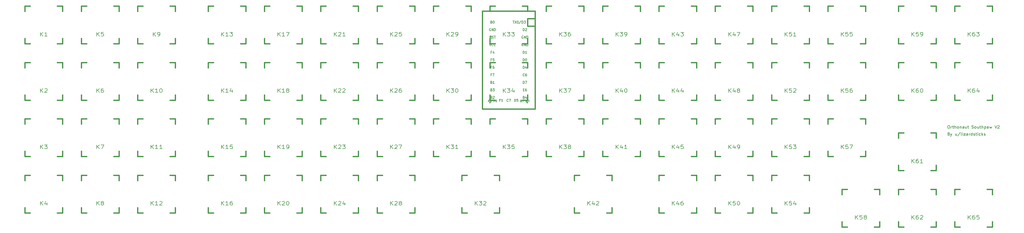
<source format=gbr>
G04 #@! TF.GenerationSoftware,KiCad,Pcbnew,(6.0.0-rc1-dev-577-ge0316af69)*
G04 #@! TF.CreationDate,2019-06-10T21:21:03-05:00*
G04 #@! TF.ProjectId,OrthonautSouthpaw,4F7274686F6E617574536F7574687061,v1*
G04 #@! TF.SameCoordinates,Original*
G04 #@! TF.FileFunction,Legend,Top*
G04 #@! TF.FilePolarity,Positive*
%FSLAX46Y46*%
G04 Gerber Fmt 4.6, Leading zero omitted, Abs format (unit mm)*
G04 Created by KiCad (PCBNEW (6.0.0-rc1-dev-577-ge0316af69)) date 06/10/19 21:21:03*
%MOMM*%
%LPD*%
G01*
G04 APERTURE LIST*
%ADD10C,0.150000*%
%ADD11C,0.381000*%
%ADD12C,0.203200*%
G04 APERTURE END LIST*
D10*
X355047619Y-65241071D02*
X355190476Y-65288690D01*
X355238095Y-65336309D01*
X355285714Y-65431547D01*
X355285714Y-65574404D01*
X355238095Y-65669642D01*
X355190476Y-65717261D01*
X355095238Y-65764880D01*
X354714285Y-65764880D01*
X354714285Y-64764880D01*
X355047619Y-64764880D01*
X355142857Y-64812500D01*
X355190476Y-64860119D01*
X355238095Y-64955357D01*
X355238095Y-65050595D01*
X355190476Y-65145833D01*
X355142857Y-65193452D01*
X355047619Y-65241071D01*
X354714285Y-65241071D01*
X355619047Y-65098214D02*
X355857142Y-65764880D01*
X356095238Y-65098214D02*
X355857142Y-65764880D01*
X355761904Y-66002976D01*
X355714285Y-66050595D01*
X355619047Y-66098214D01*
X357666666Y-65098214D02*
X357666666Y-65764880D01*
X357238095Y-65098214D02*
X357238095Y-65622023D01*
X357285714Y-65717261D01*
X357380952Y-65764880D01*
X357523809Y-65764880D01*
X357619047Y-65717261D01*
X357666666Y-65669642D01*
X358857142Y-64717261D02*
X358000000Y-66002976D01*
X359333333Y-65764880D02*
X359238095Y-65717261D01*
X359190476Y-65622023D01*
X359190476Y-64764880D01*
X359714285Y-65764880D02*
X359714285Y-65098214D01*
X359714285Y-64764880D02*
X359666666Y-64812500D01*
X359714285Y-64860119D01*
X359761904Y-64812500D01*
X359714285Y-64764880D01*
X359714285Y-64860119D01*
X360095238Y-65098214D02*
X360619047Y-65098214D01*
X360095238Y-65764880D01*
X360619047Y-65764880D01*
X361428571Y-65764880D02*
X361428571Y-65241071D01*
X361380952Y-65145833D01*
X361285714Y-65098214D01*
X361095238Y-65098214D01*
X361000000Y-65145833D01*
X361428571Y-65717261D02*
X361333333Y-65764880D01*
X361095238Y-65764880D01*
X361000000Y-65717261D01*
X360952380Y-65622023D01*
X360952380Y-65526785D01*
X361000000Y-65431547D01*
X361095238Y-65383928D01*
X361333333Y-65383928D01*
X361428571Y-65336309D01*
X361904761Y-65764880D02*
X361904761Y-65098214D01*
X361904761Y-65288690D02*
X361952380Y-65193452D01*
X362000000Y-65145833D01*
X362095238Y-65098214D01*
X362190476Y-65098214D01*
X362952380Y-65764880D02*
X362952380Y-64764880D01*
X362952380Y-65717261D02*
X362857142Y-65764880D01*
X362666666Y-65764880D01*
X362571428Y-65717261D01*
X362523809Y-65669642D01*
X362476190Y-65574404D01*
X362476190Y-65288690D01*
X362523809Y-65193452D01*
X362571428Y-65145833D01*
X362666666Y-65098214D01*
X362857142Y-65098214D01*
X362952380Y-65145833D01*
X363380952Y-65717261D02*
X363476190Y-65764880D01*
X363666666Y-65764880D01*
X363761904Y-65717261D01*
X363809523Y-65622023D01*
X363809523Y-65574404D01*
X363761904Y-65479166D01*
X363666666Y-65431547D01*
X363523809Y-65431547D01*
X363428571Y-65383928D01*
X363380952Y-65288690D01*
X363380952Y-65241071D01*
X363428571Y-65145833D01*
X363523809Y-65098214D01*
X363666666Y-65098214D01*
X363761904Y-65145833D01*
X364095238Y-65098214D02*
X364476190Y-65098214D01*
X364238095Y-64764880D02*
X364238095Y-65622023D01*
X364285714Y-65717261D01*
X364380952Y-65764880D01*
X364476190Y-65764880D01*
X364809523Y-65764880D02*
X364809523Y-65098214D01*
X364809523Y-64764880D02*
X364761904Y-64812500D01*
X364809523Y-64860119D01*
X364857142Y-64812500D01*
X364809523Y-64764880D01*
X364809523Y-64860119D01*
X365714285Y-65717261D02*
X365619047Y-65764880D01*
X365428571Y-65764880D01*
X365333333Y-65717261D01*
X365285714Y-65669642D01*
X365238095Y-65574404D01*
X365238095Y-65288690D01*
X365285714Y-65193452D01*
X365333333Y-65145833D01*
X365428571Y-65098214D01*
X365619047Y-65098214D01*
X365714285Y-65145833D01*
X366142857Y-65764880D02*
X366142857Y-64764880D01*
X366238095Y-65383928D02*
X366523809Y-65764880D01*
X366523809Y-65098214D02*
X366142857Y-65479166D01*
X366904761Y-65717261D02*
X366999999Y-65764880D01*
X367190476Y-65764880D01*
X367285714Y-65717261D01*
X367333333Y-65622023D01*
X367333333Y-65574404D01*
X367285714Y-65479166D01*
X367190476Y-65431547D01*
X367047619Y-65431547D01*
X366952380Y-65383928D01*
X366904761Y-65288690D01*
X366904761Y-65241071D01*
X366952380Y-65145833D01*
X367047619Y-65098214D01*
X367190476Y-65098214D01*
X367285714Y-65145833D01*
X354922619Y-62389880D02*
X355113095Y-62389880D01*
X355208333Y-62437500D01*
X355303571Y-62532738D01*
X355351190Y-62723214D01*
X355351190Y-63056547D01*
X355303571Y-63247023D01*
X355208333Y-63342261D01*
X355113095Y-63389880D01*
X354922619Y-63389880D01*
X354827380Y-63342261D01*
X354732142Y-63247023D01*
X354684523Y-63056547D01*
X354684523Y-62723214D01*
X354732142Y-62532738D01*
X354827380Y-62437500D01*
X354922619Y-62389880D01*
X355779761Y-63389880D02*
X355779761Y-62723214D01*
X355779761Y-62913690D02*
X355827380Y-62818452D01*
X355875000Y-62770833D01*
X355970238Y-62723214D01*
X356065476Y-62723214D01*
X356255952Y-62723214D02*
X356636904Y-62723214D01*
X356398809Y-62389880D02*
X356398809Y-63247023D01*
X356446428Y-63342261D01*
X356541666Y-63389880D01*
X356636904Y-63389880D01*
X356970238Y-63389880D02*
X356970238Y-62389880D01*
X357398809Y-63389880D02*
X357398809Y-62866071D01*
X357351190Y-62770833D01*
X357255952Y-62723214D01*
X357113095Y-62723214D01*
X357017857Y-62770833D01*
X356970238Y-62818452D01*
X358017857Y-63389880D02*
X357922619Y-63342261D01*
X357875000Y-63294642D01*
X357827380Y-63199404D01*
X357827380Y-62913690D01*
X357875000Y-62818452D01*
X357922619Y-62770833D01*
X358017857Y-62723214D01*
X358160714Y-62723214D01*
X358255952Y-62770833D01*
X358303571Y-62818452D01*
X358351190Y-62913690D01*
X358351190Y-63199404D01*
X358303571Y-63294642D01*
X358255952Y-63342261D01*
X358160714Y-63389880D01*
X358017857Y-63389880D01*
X358779761Y-62723214D02*
X358779761Y-63389880D01*
X358779761Y-62818452D02*
X358827380Y-62770833D01*
X358922619Y-62723214D01*
X359065476Y-62723214D01*
X359160714Y-62770833D01*
X359208333Y-62866071D01*
X359208333Y-63389880D01*
X360113095Y-63389880D02*
X360113095Y-62866071D01*
X360065476Y-62770833D01*
X359970238Y-62723214D01*
X359779761Y-62723214D01*
X359684523Y-62770833D01*
X360113095Y-63342261D02*
X360017857Y-63389880D01*
X359779761Y-63389880D01*
X359684523Y-63342261D01*
X359636904Y-63247023D01*
X359636904Y-63151785D01*
X359684523Y-63056547D01*
X359779761Y-63008928D01*
X360017857Y-63008928D01*
X360113095Y-62961309D01*
X361017857Y-62723214D02*
X361017857Y-63389880D01*
X360589285Y-62723214D02*
X360589285Y-63247023D01*
X360636904Y-63342261D01*
X360732142Y-63389880D01*
X360875000Y-63389880D01*
X360970238Y-63342261D01*
X361017857Y-63294642D01*
X361351190Y-62723214D02*
X361732142Y-62723214D01*
X361494047Y-62389880D02*
X361494047Y-63247023D01*
X361541666Y-63342261D01*
X361636904Y-63389880D01*
X361732142Y-63389880D01*
X362779761Y-63342261D02*
X362922619Y-63389880D01*
X363160714Y-63389880D01*
X363255952Y-63342261D01*
X363303571Y-63294642D01*
X363351190Y-63199404D01*
X363351190Y-63104166D01*
X363303571Y-63008928D01*
X363255952Y-62961309D01*
X363160714Y-62913690D01*
X362970238Y-62866071D01*
X362875000Y-62818452D01*
X362827380Y-62770833D01*
X362779761Y-62675595D01*
X362779761Y-62580357D01*
X362827380Y-62485119D01*
X362875000Y-62437500D01*
X362970238Y-62389880D01*
X363208333Y-62389880D01*
X363351190Y-62437500D01*
X363922619Y-63389880D02*
X363827380Y-63342261D01*
X363779761Y-63294642D01*
X363732142Y-63199404D01*
X363732142Y-62913690D01*
X363779761Y-62818452D01*
X363827380Y-62770833D01*
X363922619Y-62723214D01*
X364065476Y-62723214D01*
X364160714Y-62770833D01*
X364208333Y-62818452D01*
X364255952Y-62913690D01*
X364255952Y-63199404D01*
X364208333Y-63294642D01*
X364160714Y-63342261D01*
X364065476Y-63389880D01*
X363922619Y-63389880D01*
X365113095Y-62723214D02*
X365113095Y-63389880D01*
X364684523Y-62723214D02*
X364684523Y-63247023D01*
X364732142Y-63342261D01*
X364827380Y-63389880D01*
X364970238Y-63389880D01*
X365065476Y-63342261D01*
X365113095Y-63294642D01*
X365446428Y-62723214D02*
X365827380Y-62723214D01*
X365589285Y-62389880D02*
X365589285Y-63247023D01*
X365636904Y-63342261D01*
X365732142Y-63389880D01*
X365827380Y-63389880D01*
X366160714Y-63389880D02*
X366160714Y-62389880D01*
X366589285Y-63389880D02*
X366589285Y-62866071D01*
X366541666Y-62770833D01*
X366446428Y-62723214D01*
X366303571Y-62723214D01*
X366208333Y-62770833D01*
X366160714Y-62818452D01*
X367065476Y-62723214D02*
X367065476Y-63723214D01*
X367065476Y-62770833D02*
X367160714Y-62723214D01*
X367351190Y-62723214D01*
X367446428Y-62770833D01*
X367494047Y-62818452D01*
X367541666Y-62913690D01*
X367541666Y-63199404D01*
X367494047Y-63294642D01*
X367446428Y-63342261D01*
X367351190Y-63389880D01*
X367160714Y-63389880D01*
X367065476Y-63342261D01*
X368398809Y-63389880D02*
X368398809Y-62866071D01*
X368351190Y-62770833D01*
X368255952Y-62723214D01*
X368065476Y-62723214D01*
X367970238Y-62770833D01*
X368398809Y-63342261D02*
X368303571Y-63389880D01*
X368065476Y-63389880D01*
X367970238Y-63342261D01*
X367922619Y-63247023D01*
X367922619Y-63151785D01*
X367970238Y-63056547D01*
X368065476Y-63008928D01*
X368303571Y-63008928D01*
X368398809Y-62961309D01*
X368779761Y-62723214D02*
X368970238Y-63389880D01*
X369160714Y-62913690D01*
X369351190Y-63389880D01*
X369541666Y-62723214D01*
X370541666Y-62389880D02*
X370875000Y-63389880D01*
X371208333Y-62389880D01*
X371494047Y-62485119D02*
X371541666Y-62437500D01*
X371636904Y-62389880D01*
X371875000Y-62389880D01*
X371970238Y-62437500D01*
X372017857Y-62485119D01*
X372065476Y-62580357D01*
X372065476Y-62675595D01*
X372017857Y-62818452D01*
X371446428Y-63389880D01*
X372065476Y-63389880D01*
D11*
G04 #@! TO.C,K1*
X43525000Y-22150000D02*
X45303000Y-22150000D01*
X54447000Y-22150000D02*
X56225000Y-22150000D01*
X56225000Y-22150000D02*
X56225000Y-23928000D01*
X56225000Y-33072000D02*
X56225000Y-34850000D01*
X56225000Y-34850000D02*
X54447000Y-34850000D01*
X45303000Y-34850000D02*
X43525000Y-34850000D01*
X43525000Y-34850000D02*
X43525000Y-33072000D01*
X43525000Y-23928000D02*
X43525000Y-22150000D01*
G04 #@! TO.C,K29*
X181275000Y-22150000D02*
X183053000Y-22150000D01*
X192197000Y-22150000D02*
X193975000Y-22150000D01*
X193975000Y-22150000D02*
X193975000Y-23928000D01*
X193975000Y-33072000D02*
X193975000Y-34850000D01*
X193975000Y-34850000D02*
X192197000Y-34850000D01*
X183053000Y-34850000D02*
X181275000Y-34850000D01*
X181275000Y-34850000D02*
X181275000Y-33072000D01*
X181275000Y-23928000D02*
X181275000Y-22150000D01*
G04 #@! TO.C,K6*
X62525000Y-42928000D02*
X62525000Y-41150000D01*
X62525000Y-53850000D02*
X62525000Y-52072000D01*
X64303000Y-53850000D02*
X62525000Y-53850000D01*
X75225000Y-53850000D02*
X73447000Y-53850000D01*
X75225000Y-52072000D02*
X75225000Y-53850000D01*
X75225000Y-41150000D02*
X75225000Y-42928000D01*
X73447000Y-41150000D02*
X75225000Y-41150000D01*
X62525000Y-41150000D02*
X64303000Y-41150000D01*
G04 #@! TO.C,K58*
X319025000Y-83900000D02*
X320803000Y-83900000D01*
X329947000Y-83900000D02*
X331725000Y-83900000D01*
X331725000Y-83900000D02*
X331725000Y-85678000D01*
X331725000Y-94822000D02*
X331725000Y-96600000D01*
X331725000Y-96600000D02*
X329947000Y-96600000D01*
X320803000Y-96600000D02*
X319025000Y-96600000D01*
X319025000Y-96600000D02*
X319025000Y-94822000D01*
X319025000Y-85678000D02*
X319025000Y-83900000D01*
G04 #@! TO.C,K2*
X43525000Y-42928000D02*
X43525000Y-41150000D01*
X43525000Y-53850000D02*
X43525000Y-52072000D01*
X45303000Y-53850000D02*
X43525000Y-53850000D01*
X56225000Y-53850000D02*
X54447000Y-53850000D01*
X56225000Y-52072000D02*
X56225000Y-53850000D01*
X56225000Y-41150000D02*
X56225000Y-42928000D01*
X54447000Y-41150000D02*
X56225000Y-41150000D01*
X43525000Y-41150000D02*
X45303000Y-41150000D01*
G04 #@! TO.C,K3*
X43525000Y-61928000D02*
X43525000Y-60150000D01*
X43525000Y-72850000D02*
X43525000Y-71072000D01*
X45303000Y-72850000D02*
X43525000Y-72850000D01*
X56225000Y-72850000D02*
X54447000Y-72850000D01*
X56225000Y-71072000D02*
X56225000Y-72850000D01*
X56225000Y-60150000D02*
X56225000Y-61928000D01*
X54447000Y-60150000D02*
X56225000Y-60150000D01*
X43525000Y-60150000D02*
X45303000Y-60150000D01*
G04 #@! TO.C,K5*
X62525000Y-22150000D02*
X64303000Y-22150000D01*
X73447000Y-22150000D02*
X75225000Y-22150000D01*
X75225000Y-22150000D02*
X75225000Y-23928000D01*
X75225000Y-33072000D02*
X75225000Y-34850000D01*
X75225000Y-34850000D02*
X73447000Y-34850000D01*
X64303000Y-34850000D02*
X62525000Y-34850000D01*
X62525000Y-34850000D02*
X62525000Y-33072000D01*
X62525000Y-23928000D02*
X62525000Y-22150000D01*
G04 #@! TO.C,K7*
X62525000Y-61928000D02*
X62525000Y-60150000D01*
X62525000Y-72850000D02*
X62525000Y-71072000D01*
X64303000Y-72850000D02*
X62525000Y-72850000D01*
X75225000Y-72850000D02*
X73447000Y-72850000D01*
X75225000Y-71072000D02*
X75225000Y-72850000D01*
X75225000Y-60150000D02*
X75225000Y-61928000D01*
X73447000Y-60150000D02*
X75225000Y-60150000D01*
X62525000Y-60150000D02*
X64303000Y-60150000D01*
G04 #@! TO.C,K8*
X62525000Y-79150000D02*
X64303000Y-79150000D01*
X73447000Y-79150000D02*
X75225000Y-79150000D01*
X75225000Y-79150000D02*
X75225000Y-80928000D01*
X75225000Y-90072000D02*
X75225000Y-91850000D01*
X75225000Y-91850000D02*
X73447000Y-91850000D01*
X64303000Y-91850000D02*
X62525000Y-91850000D01*
X62525000Y-91850000D02*
X62525000Y-90072000D01*
X62525000Y-80928000D02*
X62525000Y-79150000D01*
G04 #@! TO.C,K9*
X81525000Y-23928000D02*
X81525000Y-22150000D01*
X81525000Y-34850000D02*
X81525000Y-33072000D01*
X83303000Y-34850000D02*
X81525000Y-34850000D01*
X94225000Y-34850000D02*
X92447000Y-34850000D01*
X94225000Y-33072000D02*
X94225000Y-34850000D01*
X94225000Y-22150000D02*
X94225000Y-23928000D01*
X92447000Y-22150000D02*
X94225000Y-22150000D01*
X81525000Y-22150000D02*
X83303000Y-22150000D01*
G04 #@! TO.C,K10*
X81525000Y-42928000D02*
X81525000Y-41150000D01*
X81525000Y-53850000D02*
X81525000Y-52072000D01*
X83303000Y-53850000D02*
X81525000Y-53850000D01*
X94225000Y-53850000D02*
X92447000Y-53850000D01*
X94225000Y-52072000D02*
X94225000Y-53850000D01*
X94225000Y-41150000D02*
X94225000Y-42928000D01*
X92447000Y-41150000D02*
X94225000Y-41150000D01*
X81525000Y-41150000D02*
X83303000Y-41150000D01*
G04 #@! TO.C,K11*
X81525000Y-60150000D02*
X83303000Y-60150000D01*
X92447000Y-60150000D02*
X94225000Y-60150000D01*
X94225000Y-60150000D02*
X94225000Y-61928000D01*
X94225000Y-71072000D02*
X94225000Y-72850000D01*
X94225000Y-72850000D02*
X92447000Y-72850000D01*
X83303000Y-72850000D02*
X81525000Y-72850000D01*
X81525000Y-72850000D02*
X81525000Y-71072000D01*
X81525000Y-61928000D02*
X81525000Y-60150000D01*
G04 #@! TO.C,K12*
X81525000Y-80928000D02*
X81525000Y-79150000D01*
X81525000Y-91850000D02*
X81525000Y-90072000D01*
X83303000Y-91850000D02*
X81525000Y-91850000D01*
X94225000Y-91850000D02*
X92447000Y-91850000D01*
X94225000Y-90072000D02*
X94225000Y-91850000D01*
X94225000Y-79150000D02*
X94225000Y-80928000D01*
X92447000Y-79150000D02*
X94225000Y-79150000D01*
X81525000Y-79150000D02*
X83303000Y-79150000D01*
G04 #@! TO.C,K13*
X105275000Y-22150000D02*
X107053000Y-22150000D01*
X116197000Y-22150000D02*
X117975000Y-22150000D01*
X117975000Y-22150000D02*
X117975000Y-23928000D01*
X117975000Y-33072000D02*
X117975000Y-34850000D01*
X117975000Y-34850000D02*
X116197000Y-34850000D01*
X107053000Y-34850000D02*
X105275000Y-34850000D01*
X105275000Y-34850000D02*
X105275000Y-33072000D01*
X105275000Y-23928000D02*
X105275000Y-22150000D01*
G04 #@! TO.C,K14*
X105275000Y-42928000D02*
X105275000Y-41150000D01*
X105275000Y-53850000D02*
X105275000Y-52072000D01*
X107053000Y-53850000D02*
X105275000Y-53850000D01*
X117975000Y-53850000D02*
X116197000Y-53850000D01*
X117975000Y-52072000D02*
X117975000Y-53850000D01*
X117975000Y-41150000D02*
X117975000Y-42928000D01*
X116197000Y-41150000D02*
X117975000Y-41150000D01*
X105275000Y-41150000D02*
X107053000Y-41150000D01*
G04 #@! TO.C,K15*
X105275000Y-60150000D02*
X107053000Y-60150000D01*
X116197000Y-60150000D02*
X117975000Y-60150000D01*
X117975000Y-60150000D02*
X117975000Y-61928000D01*
X117975000Y-71072000D02*
X117975000Y-72850000D01*
X117975000Y-72850000D02*
X116197000Y-72850000D01*
X107053000Y-72850000D02*
X105275000Y-72850000D01*
X105275000Y-72850000D02*
X105275000Y-71072000D01*
X105275000Y-61928000D02*
X105275000Y-60150000D01*
G04 #@! TO.C,K16*
X105275000Y-79150000D02*
X107053000Y-79150000D01*
X116197000Y-79150000D02*
X117975000Y-79150000D01*
X117975000Y-79150000D02*
X117975000Y-80928000D01*
X117975000Y-90072000D02*
X117975000Y-91850000D01*
X117975000Y-91850000D02*
X116197000Y-91850000D01*
X107053000Y-91850000D02*
X105275000Y-91850000D01*
X105275000Y-91850000D02*
X105275000Y-90072000D01*
X105275000Y-80928000D02*
X105275000Y-79150000D01*
G04 #@! TO.C,K17*
X124275000Y-23928000D02*
X124275000Y-22150000D01*
X124275000Y-34850000D02*
X124275000Y-33072000D01*
X126053000Y-34850000D02*
X124275000Y-34850000D01*
X136975000Y-34850000D02*
X135197000Y-34850000D01*
X136975000Y-33072000D02*
X136975000Y-34850000D01*
X136975000Y-22150000D02*
X136975000Y-23928000D01*
X135197000Y-22150000D02*
X136975000Y-22150000D01*
X124275000Y-22150000D02*
X126053000Y-22150000D01*
G04 #@! TO.C,K18*
X124275000Y-41150000D02*
X126053000Y-41150000D01*
X135197000Y-41150000D02*
X136975000Y-41150000D01*
X136975000Y-41150000D02*
X136975000Y-42928000D01*
X136975000Y-52072000D02*
X136975000Y-53850000D01*
X136975000Y-53850000D02*
X135197000Y-53850000D01*
X126053000Y-53850000D02*
X124275000Y-53850000D01*
X124275000Y-53850000D02*
X124275000Y-52072000D01*
X124275000Y-42928000D02*
X124275000Y-41150000D01*
G04 #@! TO.C,K19*
X124275000Y-60150000D02*
X126053000Y-60150000D01*
X135197000Y-60150000D02*
X136975000Y-60150000D01*
X136975000Y-60150000D02*
X136975000Y-61928000D01*
X136975000Y-71072000D02*
X136975000Y-72850000D01*
X136975000Y-72850000D02*
X135197000Y-72850000D01*
X126053000Y-72850000D02*
X124275000Y-72850000D01*
X124275000Y-72850000D02*
X124275000Y-71072000D01*
X124275000Y-61928000D02*
X124275000Y-60150000D01*
G04 #@! TO.C,K20*
X124275000Y-80928000D02*
X124275000Y-79150000D01*
X124275000Y-91850000D02*
X124275000Y-90072000D01*
X126053000Y-91850000D02*
X124275000Y-91850000D01*
X136975000Y-91850000D02*
X135197000Y-91850000D01*
X136975000Y-90072000D02*
X136975000Y-91850000D01*
X136975000Y-79150000D02*
X136975000Y-80928000D01*
X135197000Y-79150000D02*
X136975000Y-79150000D01*
X124275000Y-79150000D02*
X126053000Y-79150000D01*
G04 #@! TO.C,K21*
X143275000Y-22150000D02*
X145053000Y-22150000D01*
X154197000Y-22150000D02*
X155975000Y-22150000D01*
X155975000Y-22150000D02*
X155975000Y-23928000D01*
X155975000Y-33072000D02*
X155975000Y-34850000D01*
X155975000Y-34850000D02*
X154197000Y-34850000D01*
X145053000Y-34850000D02*
X143275000Y-34850000D01*
X143275000Y-34850000D02*
X143275000Y-33072000D01*
X143275000Y-23928000D02*
X143275000Y-22150000D01*
G04 #@! TO.C,K22*
X143275000Y-41150000D02*
X145053000Y-41150000D01*
X154197000Y-41150000D02*
X155975000Y-41150000D01*
X155975000Y-41150000D02*
X155975000Y-42928000D01*
X155975000Y-52072000D02*
X155975000Y-53850000D01*
X155975000Y-53850000D02*
X154197000Y-53850000D01*
X145053000Y-53850000D02*
X143275000Y-53850000D01*
X143275000Y-53850000D02*
X143275000Y-52072000D01*
X143275000Y-42928000D02*
X143275000Y-41150000D01*
G04 #@! TO.C,K23*
X143275000Y-61928000D02*
X143275000Y-60150000D01*
X143275000Y-72850000D02*
X143275000Y-71072000D01*
X145053000Y-72850000D02*
X143275000Y-72850000D01*
X155975000Y-72850000D02*
X154197000Y-72850000D01*
X155975000Y-71072000D02*
X155975000Y-72850000D01*
X155975000Y-60150000D02*
X155975000Y-61928000D01*
X154197000Y-60150000D02*
X155975000Y-60150000D01*
X143275000Y-60150000D02*
X145053000Y-60150000D01*
G04 #@! TO.C,K24*
X143275000Y-80928000D02*
X143275000Y-79150000D01*
X143275000Y-91850000D02*
X143275000Y-90072000D01*
X145053000Y-91850000D02*
X143275000Y-91850000D01*
X155975000Y-91850000D02*
X154197000Y-91850000D01*
X155975000Y-90072000D02*
X155975000Y-91850000D01*
X155975000Y-79150000D02*
X155975000Y-80928000D01*
X154197000Y-79150000D02*
X155975000Y-79150000D01*
X143275000Y-79150000D02*
X145053000Y-79150000D01*
G04 #@! TO.C,K25*
X162275000Y-23928000D02*
X162275000Y-22150000D01*
X162275000Y-34850000D02*
X162275000Y-33072000D01*
X164053000Y-34850000D02*
X162275000Y-34850000D01*
X174975000Y-34850000D02*
X173197000Y-34850000D01*
X174975000Y-33072000D02*
X174975000Y-34850000D01*
X174975000Y-22150000D02*
X174975000Y-23928000D01*
X173197000Y-22150000D02*
X174975000Y-22150000D01*
X162275000Y-22150000D02*
X164053000Y-22150000D01*
G04 #@! TO.C,K26*
X162275000Y-42928000D02*
X162275000Y-41150000D01*
X162275000Y-53850000D02*
X162275000Y-52072000D01*
X164053000Y-53850000D02*
X162275000Y-53850000D01*
X174975000Y-53850000D02*
X173197000Y-53850000D01*
X174975000Y-52072000D02*
X174975000Y-53850000D01*
X174975000Y-41150000D02*
X174975000Y-42928000D01*
X173197000Y-41150000D02*
X174975000Y-41150000D01*
X162275000Y-41150000D02*
X164053000Y-41150000D01*
G04 #@! TO.C,K27*
X162275000Y-60150000D02*
X164053000Y-60150000D01*
X173197000Y-60150000D02*
X174975000Y-60150000D01*
X174975000Y-60150000D02*
X174975000Y-61928000D01*
X174975000Y-71072000D02*
X174975000Y-72850000D01*
X174975000Y-72850000D02*
X173197000Y-72850000D01*
X164053000Y-72850000D02*
X162275000Y-72850000D01*
X162275000Y-72850000D02*
X162275000Y-71072000D01*
X162275000Y-61928000D02*
X162275000Y-60150000D01*
G04 #@! TO.C,K28*
X162275000Y-79150000D02*
X164053000Y-79150000D01*
X173197000Y-79150000D02*
X174975000Y-79150000D01*
X174975000Y-79150000D02*
X174975000Y-80928000D01*
X174975000Y-90072000D02*
X174975000Y-91850000D01*
X174975000Y-91850000D02*
X173197000Y-91850000D01*
X164053000Y-91850000D02*
X162275000Y-91850000D01*
X162275000Y-91850000D02*
X162275000Y-90072000D01*
X162275000Y-80928000D02*
X162275000Y-79150000D01*
G04 #@! TO.C,K30*
X181275000Y-41150000D02*
X183053000Y-41150000D01*
X192197000Y-41150000D02*
X193975000Y-41150000D01*
X193975000Y-41150000D02*
X193975000Y-42928000D01*
X193975000Y-52072000D02*
X193975000Y-53850000D01*
X193975000Y-53850000D02*
X192197000Y-53850000D01*
X183053000Y-53850000D02*
X181275000Y-53850000D01*
X181275000Y-53850000D02*
X181275000Y-52072000D01*
X181275000Y-42928000D02*
X181275000Y-41150000D01*
G04 #@! TO.C,K31*
X181275000Y-61928000D02*
X181275000Y-60150000D01*
X181275000Y-72850000D02*
X181275000Y-71072000D01*
X183053000Y-72850000D02*
X181275000Y-72850000D01*
X193975000Y-72850000D02*
X192197000Y-72850000D01*
X193975000Y-71072000D02*
X193975000Y-72850000D01*
X193975000Y-60150000D02*
X193975000Y-61928000D01*
X192197000Y-60150000D02*
X193975000Y-60150000D01*
X181275000Y-60150000D02*
X183053000Y-60150000D01*
G04 #@! TO.C,K32*
X190775000Y-80928000D02*
X190775000Y-79150000D01*
X190775000Y-91850000D02*
X190775000Y-90072000D01*
X192553000Y-91850000D02*
X190775000Y-91850000D01*
X203475000Y-91850000D02*
X201697000Y-91850000D01*
X203475000Y-90072000D02*
X203475000Y-91850000D01*
X203475000Y-79150000D02*
X203475000Y-80928000D01*
X201697000Y-79150000D02*
X203475000Y-79150000D01*
X190775000Y-79150000D02*
X192553000Y-79150000D01*
G04 #@! TO.C,K33*
X200275000Y-23928000D02*
X200275000Y-22150000D01*
X200275000Y-34850000D02*
X200275000Y-33072000D01*
X202053000Y-34850000D02*
X200275000Y-34850000D01*
X212975000Y-34850000D02*
X211197000Y-34850000D01*
X212975000Y-33072000D02*
X212975000Y-34850000D01*
X212975000Y-22150000D02*
X212975000Y-23928000D01*
X211197000Y-22150000D02*
X212975000Y-22150000D01*
X200275000Y-22150000D02*
X202053000Y-22150000D01*
G04 #@! TO.C,K34*
X200275000Y-41150000D02*
X202053000Y-41150000D01*
X211197000Y-41150000D02*
X212975000Y-41150000D01*
X212975000Y-41150000D02*
X212975000Y-42928000D01*
X212975000Y-52072000D02*
X212975000Y-53850000D01*
X212975000Y-53850000D02*
X211197000Y-53850000D01*
X202053000Y-53850000D02*
X200275000Y-53850000D01*
X200275000Y-53850000D02*
X200275000Y-52072000D01*
X200275000Y-42928000D02*
X200275000Y-41150000D01*
G04 #@! TO.C,K35*
X200275000Y-61928000D02*
X200275000Y-60150000D01*
X200275000Y-72850000D02*
X200275000Y-71072000D01*
X202053000Y-72850000D02*
X200275000Y-72850000D01*
X212975000Y-72850000D02*
X211197000Y-72850000D01*
X212975000Y-71072000D02*
X212975000Y-72850000D01*
X212975000Y-60150000D02*
X212975000Y-61928000D01*
X211197000Y-60150000D02*
X212975000Y-60150000D01*
X200275000Y-60150000D02*
X202053000Y-60150000D01*
G04 #@! TO.C,K36*
X219275000Y-22150000D02*
X221053000Y-22150000D01*
X230197000Y-22150000D02*
X231975000Y-22150000D01*
X231975000Y-22150000D02*
X231975000Y-23928000D01*
X231975000Y-33072000D02*
X231975000Y-34850000D01*
X231975000Y-34850000D02*
X230197000Y-34850000D01*
X221053000Y-34850000D02*
X219275000Y-34850000D01*
X219275000Y-34850000D02*
X219275000Y-33072000D01*
X219275000Y-23928000D02*
X219275000Y-22150000D01*
G04 #@! TO.C,K37*
X219275000Y-42928000D02*
X219275000Y-41150000D01*
X219275000Y-53850000D02*
X219275000Y-52072000D01*
X221053000Y-53850000D02*
X219275000Y-53850000D01*
X231975000Y-53850000D02*
X230197000Y-53850000D01*
X231975000Y-52072000D02*
X231975000Y-53850000D01*
X231975000Y-41150000D02*
X231975000Y-42928000D01*
X230197000Y-41150000D02*
X231975000Y-41150000D01*
X219275000Y-41150000D02*
X221053000Y-41150000D01*
G04 #@! TO.C,K38*
X219275000Y-60150000D02*
X221053000Y-60150000D01*
X230197000Y-60150000D02*
X231975000Y-60150000D01*
X231975000Y-60150000D02*
X231975000Y-61928000D01*
X231975000Y-71072000D02*
X231975000Y-72850000D01*
X231975000Y-72850000D02*
X230197000Y-72850000D01*
X221053000Y-72850000D02*
X219275000Y-72850000D01*
X219275000Y-72850000D02*
X219275000Y-71072000D01*
X219275000Y-61928000D02*
X219275000Y-60150000D01*
G04 #@! TO.C,K39*
X238275000Y-23928000D02*
X238275000Y-22150000D01*
X238275000Y-34850000D02*
X238275000Y-33072000D01*
X240053000Y-34850000D02*
X238275000Y-34850000D01*
X250975000Y-34850000D02*
X249197000Y-34850000D01*
X250975000Y-33072000D02*
X250975000Y-34850000D01*
X250975000Y-22150000D02*
X250975000Y-23928000D01*
X249197000Y-22150000D02*
X250975000Y-22150000D01*
X238275000Y-22150000D02*
X240053000Y-22150000D01*
G04 #@! TO.C,K40*
X238275000Y-41150000D02*
X240053000Y-41150000D01*
X249197000Y-41150000D02*
X250975000Y-41150000D01*
X250975000Y-41150000D02*
X250975000Y-42928000D01*
X250975000Y-52072000D02*
X250975000Y-53850000D01*
X250975000Y-53850000D02*
X249197000Y-53850000D01*
X240053000Y-53850000D02*
X238275000Y-53850000D01*
X238275000Y-53850000D02*
X238275000Y-52072000D01*
X238275000Y-42928000D02*
X238275000Y-41150000D01*
G04 #@! TO.C,K41*
X238275000Y-61928000D02*
X238275000Y-60150000D01*
X238275000Y-72850000D02*
X238275000Y-71072000D01*
X240053000Y-72850000D02*
X238275000Y-72850000D01*
X250975000Y-72850000D02*
X249197000Y-72850000D01*
X250975000Y-71072000D02*
X250975000Y-72850000D01*
X250975000Y-60150000D02*
X250975000Y-61928000D01*
X249197000Y-60150000D02*
X250975000Y-60150000D01*
X238275000Y-60150000D02*
X240053000Y-60150000D01*
G04 #@! TO.C,K42*
X228775000Y-79150000D02*
X230553000Y-79150000D01*
X239697000Y-79150000D02*
X241475000Y-79150000D01*
X241475000Y-79150000D02*
X241475000Y-80928000D01*
X241475000Y-90072000D02*
X241475000Y-91850000D01*
X241475000Y-91850000D02*
X239697000Y-91850000D01*
X230553000Y-91850000D02*
X228775000Y-91850000D01*
X228775000Y-91850000D02*
X228775000Y-90072000D01*
X228775000Y-80928000D02*
X228775000Y-79150000D01*
G04 #@! TO.C,K43*
X257275000Y-22150000D02*
X259053000Y-22150000D01*
X268197000Y-22150000D02*
X269975000Y-22150000D01*
X269975000Y-22150000D02*
X269975000Y-23928000D01*
X269975000Y-33072000D02*
X269975000Y-34850000D01*
X269975000Y-34850000D02*
X268197000Y-34850000D01*
X259053000Y-34850000D02*
X257275000Y-34850000D01*
X257275000Y-34850000D02*
X257275000Y-33072000D01*
X257275000Y-23928000D02*
X257275000Y-22150000D01*
G04 #@! TO.C,K44*
X257275000Y-42928000D02*
X257275000Y-41150000D01*
X257275000Y-53850000D02*
X257275000Y-52072000D01*
X259053000Y-53850000D02*
X257275000Y-53850000D01*
X269975000Y-53850000D02*
X268197000Y-53850000D01*
X269975000Y-52072000D02*
X269975000Y-53850000D01*
X269975000Y-41150000D02*
X269975000Y-42928000D01*
X268197000Y-41150000D02*
X269975000Y-41150000D01*
X257275000Y-41150000D02*
X259053000Y-41150000D01*
G04 #@! TO.C,K45*
X257275000Y-60150000D02*
X259053000Y-60150000D01*
X268197000Y-60150000D02*
X269975000Y-60150000D01*
X269975000Y-60150000D02*
X269975000Y-61928000D01*
X269975000Y-71072000D02*
X269975000Y-72850000D01*
X269975000Y-72850000D02*
X268197000Y-72850000D01*
X259053000Y-72850000D02*
X257275000Y-72850000D01*
X257275000Y-72850000D02*
X257275000Y-71072000D01*
X257275000Y-61928000D02*
X257275000Y-60150000D01*
G04 #@! TO.C,K46*
X257275000Y-80928000D02*
X257275000Y-79150000D01*
X257275000Y-91850000D02*
X257275000Y-90072000D01*
X259053000Y-91850000D02*
X257275000Y-91850000D01*
X269975000Y-91850000D02*
X268197000Y-91850000D01*
X269975000Y-90072000D02*
X269975000Y-91850000D01*
X269975000Y-79150000D02*
X269975000Y-80928000D01*
X268197000Y-79150000D02*
X269975000Y-79150000D01*
X257275000Y-79150000D02*
X259053000Y-79150000D01*
G04 #@! TO.C,K47*
X276275000Y-22150000D02*
X278053000Y-22150000D01*
X287197000Y-22150000D02*
X288975000Y-22150000D01*
X288975000Y-22150000D02*
X288975000Y-23928000D01*
X288975000Y-33072000D02*
X288975000Y-34850000D01*
X288975000Y-34850000D02*
X287197000Y-34850000D01*
X278053000Y-34850000D02*
X276275000Y-34850000D01*
X276275000Y-34850000D02*
X276275000Y-33072000D01*
X276275000Y-23928000D02*
X276275000Y-22150000D01*
G04 #@! TO.C,K48*
X276275000Y-42928000D02*
X276275000Y-41150000D01*
X276275000Y-53850000D02*
X276275000Y-52072000D01*
X278053000Y-53850000D02*
X276275000Y-53850000D01*
X288975000Y-53850000D02*
X287197000Y-53850000D01*
X288975000Y-52072000D02*
X288975000Y-53850000D01*
X288975000Y-41150000D02*
X288975000Y-42928000D01*
X287197000Y-41150000D02*
X288975000Y-41150000D01*
X276275000Y-41150000D02*
X278053000Y-41150000D01*
G04 #@! TO.C,K49*
X276275000Y-61928000D02*
X276275000Y-60150000D01*
X276275000Y-72850000D02*
X276275000Y-71072000D01*
X278053000Y-72850000D02*
X276275000Y-72850000D01*
X288975000Y-72850000D02*
X287197000Y-72850000D01*
X288975000Y-71072000D02*
X288975000Y-72850000D01*
X288975000Y-60150000D02*
X288975000Y-61928000D01*
X287197000Y-60150000D02*
X288975000Y-60150000D01*
X276275000Y-60150000D02*
X278053000Y-60150000D01*
G04 #@! TO.C,K50*
X276275000Y-79150000D02*
X278053000Y-79150000D01*
X287197000Y-79150000D02*
X288975000Y-79150000D01*
X288975000Y-79150000D02*
X288975000Y-80928000D01*
X288975000Y-90072000D02*
X288975000Y-91850000D01*
X288975000Y-91850000D02*
X287197000Y-91850000D01*
X278053000Y-91850000D02*
X276275000Y-91850000D01*
X276275000Y-91850000D02*
X276275000Y-90072000D01*
X276275000Y-80928000D02*
X276275000Y-79150000D01*
G04 #@! TO.C,K51*
X295275000Y-23928000D02*
X295275000Y-22150000D01*
X295275000Y-34850000D02*
X295275000Y-33072000D01*
X297053000Y-34850000D02*
X295275000Y-34850000D01*
X307975000Y-34850000D02*
X306197000Y-34850000D01*
X307975000Y-33072000D02*
X307975000Y-34850000D01*
X307975000Y-22150000D02*
X307975000Y-23928000D01*
X306197000Y-22150000D02*
X307975000Y-22150000D01*
X295275000Y-22150000D02*
X297053000Y-22150000D01*
G04 #@! TO.C,K52*
X295275000Y-41150000D02*
X297053000Y-41150000D01*
X306197000Y-41150000D02*
X307975000Y-41150000D01*
X307975000Y-41150000D02*
X307975000Y-42928000D01*
X307975000Y-52072000D02*
X307975000Y-53850000D01*
X307975000Y-53850000D02*
X306197000Y-53850000D01*
X297053000Y-53850000D02*
X295275000Y-53850000D01*
X295275000Y-53850000D02*
X295275000Y-52072000D01*
X295275000Y-42928000D02*
X295275000Y-41150000D01*
G04 #@! TO.C,K53*
X295275000Y-61928000D02*
X295275000Y-60150000D01*
X295275000Y-72850000D02*
X295275000Y-71072000D01*
X297053000Y-72850000D02*
X295275000Y-72850000D01*
X307975000Y-72850000D02*
X306197000Y-72850000D01*
X307975000Y-71072000D02*
X307975000Y-72850000D01*
X307975000Y-60150000D02*
X307975000Y-61928000D01*
X306197000Y-60150000D02*
X307975000Y-60150000D01*
X295275000Y-60150000D02*
X297053000Y-60150000D01*
G04 #@! TO.C,K54*
X295275000Y-79150000D02*
X297053000Y-79150000D01*
X306197000Y-79150000D02*
X307975000Y-79150000D01*
X307975000Y-79150000D02*
X307975000Y-80928000D01*
X307975000Y-90072000D02*
X307975000Y-91850000D01*
X307975000Y-91850000D02*
X306197000Y-91850000D01*
X297053000Y-91850000D02*
X295275000Y-91850000D01*
X295275000Y-91850000D02*
X295275000Y-90072000D01*
X295275000Y-80928000D02*
X295275000Y-79150000D01*
G04 #@! TO.C,K55*
X314275000Y-23928000D02*
X314275000Y-22150000D01*
X314275000Y-34850000D02*
X314275000Y-33072000D01*
X316053000Y-34850000D02*
X314275000Y-34850000D01*
X326975000Y-34850000D02*
X325197000Y-34850000D01*
X326975000Y-33072000D02*
X326975000Y-34850000D01*
X326975000Y-22150000D02*
X326975000Y-23928000D01*
X325197000Y-22150000D02*
X326975000Y-22150000D01*
X314275000Y-22150000D02*
X316053000Y-22150000D01*
G04 #@! TO.C,K56*
X314275000Y-41150000D02*
X316053000Y-41150000D01*
X325197000Y-41150000D02*
X326975000Y-41150000D01*
X326975000Y-41150000D02*
X326975000Y-42928000D01*
X326975000Y-52072000D02*
X326975000Y-53850000D01*
X326975000Y-53850000D02*
X325197000Y-53850000D01*
X316053000Y-53850000D02*
X314275000Y-53850000D01*
X314275000Y-53850000D02*
X314275000Y-52072000D01*
X314275000Y-42928000D02*
X314275000Y-41150000D01*
G04 #@! TO.C,K57*
X314275000Y-60150000D02*
X316053000Y-60150000D01*
X325197000Y-60150000D02*
X326975000Y-60150000D01*
X326975000Y-60150000D02*
X326975000Y-61928000D01*
X326975000Y-71072000D02*
X326975000Y-72850000D01*
X326975000Y-72850000D02*
X325197000Y-72850000D01*
X316053000Y-72850000D02*
X314275000Y-72850000D01*
X314275000Y-72850000D02*
X314275000Y-71072000D01*
X314275000Y-61928000D02*
X314275000Y-60150000D01*
G04 #@! TO.C,K59*
X338025000Y-23928000D02*
X338025000Y-22150000D01*
X338025000Y-34850000D02*
X338025000Y-33072000D01*
X339803000Y-34850000D02*
X338025000Y-34850000D01*
X350725000Y-34850000D02*
X348947000Y-34850000D01*
X350725000Y-33072000D02*
X350725000Y-34850000D01*
X350725000Y-22150000D02*
X350725000Y-23928000D01*
X348947000Y-22150000D02*
X350725000Y-22150000D01*
X338025000Y-22150000D02*
X339803000Y-22150000D01*
G04 #@! TO.C,K60*
X338025000Y-41150000D02*
X339803000Y-41150000D01*
X348947000Y-41150000D02*
X350725000Y-41150000D01*
X350725000Y-41150000D02*
X350725000Y-42928000D01*
X350725000Y-52072000D02*
X350725000Y-53850000D01*
X350725000Y-53850000D02*
X348947000Y-53850000D01*
X339803000Y-53850000D02*
X338025000Y-53850000D01*
X338025000Y-53850000D02*
X338025000Y-52072000D01*
X338025000Y-42928000D02*
X338025000Y-41150000D01*
G04 #@! TO.C,K61*
X338025000Y-66678000D02*
X338025000Y-64900000D01*
X338025000Y-77600000D02*
X338025000Y-75822000D01*
X339803000Y-77600000D02*
X338025000Y-77600000D01*
X350725000Y-77600000D02*
X348947000Y-77600000D01*
X350725000Y-75822000D02*
X350725000Y-77600000D01*
X350725000Y-64900000D02*
X350725000Y-66678000D01*
X348947000Y-64900000D02*
X350725000Y-64900000D01*
X338025000Y-64900000D02*
X339803000Y-64900000D01*
G04 #@! TO.C,K62*
X338025000Y-83900000D02*
X339803000Y-83900000D01*
X348947000Y-83900000D02*
X350725000Y-83900000D01*
X350725000Y-83900000D02*
X350725000Y-85678000D01*
X350725000Y-94822000D02*
X350725000Y-96600000D01*
X350725000Y-96600000D02*
X348947000Y-96600000D01*
X339803000Y-96600000D02*
X338025000Y-96600000D01*
X338025000Y-96600000D02*
X338025000Y-94822000D01*
X338025000Y-85678000D02*
X338025000Y-83900000D01*
G04 #@! TO.C,K63*
X357025000Y-23928000D02*
X357025000Y-22150000D01*
X357025000Y-34850000D02*
X357025000Y-33072000D01*
X358803000Y-34850000D02*
X357025000Y-34850000D01*
X369725000Y-34850000D02*
X367947000Y-34850000D01*
X369725000Y-33072000D02*
X369725000Y-34850000D01*
X369725000Y-22150000D02*
X369725000Y-23928000D01*
X367947000Y-22150000D02*
X369725000Y-22150000D01*
X357025000Y-22150000D02*
X358803000Y-22150000D01*
G04 #@! TO.C,K64*
X357025000Y-41150000D02*
X358803000Y-41150000D01*
X367947000Y-41150000D02*
X369725000Y-41150000D01*
X369725000Y-41150000D02*
X369725000Y-42928000D01*
X369725000Y-52072000D02*
X369725000Y-53850000D01*
X369725000Y-53850000D02*
X367947000Y-53850000D01*
X358803000Y-53850000D02*
X357025000Y-53850000D01*
X357025000Y-53850000D02*
X357025000Y-52072000D01*
X357025000Y-42928000D02*
X357025000Y-41150000D01*
G04 #@! TO.C,K65*
X357025000Y-85678000D02*
X357025000Y-83900000D01*
X357025000Y-96600000D02*
X357025000Y-94822000D01*
X358803000Y-96600000D02*
X357025000Y-96600000D01*
X369725000Y-96600000D02*
X367947000Y-96600000D01*
X369725000Y-94822000D02*
X369725000Y-96600000D01*
X369725000Y-83900000D02*
X369725000Y-85678000D01*
X367947000Y-83900000D02*
X369725000Y-83900000D01*
X357025000Y-83900000D02*
X358803000Y-83900000D01*
G04 #@! TO.C,U1*
X212975000Y-28862500D02*
X215515000Y-28862500D01*
X212975000Y-26322500D02*
X212975000Y-28862500D01*
D10*
G36*
X200580365Y-32611530D02*
X200580365Y-32711530D01*
X200480365Y-32711530D01*
X200480365Y-32611530D01*
X200580365Y-32611530D01*
G37*
X200580365Y-32611530D02*
X200580365Y-32711530D01*
X200480365Y-32711530D01*
X200480365Y-32611530D01*
X200580365Y-32611530D01*
G36*
X200380365Y-32211530D02*
X200380365Y-33011530D01*
X200280365Y-33011530D01*
X200280365Y-32211530D01*
X200380365Y-32211530D01*
G37*
X200380365Y-32211530D02*
X200380365Y-33011530D01*
X200280365Y-33011530D01*
X200280365Y-32211530D01*
X200380365Y-32211530D01*
G36*
X200780365Y-32811530D02*
X200780365Y-33011530D01*
X200680365Y-33011530D01*
X200680365Y-32811530D01*
X200780365Y-32811530D01*
G37*
X200780365Y-32811530D02*
X200780365Y-33011530D01*
X200680365Y-33011530D01*
X200680365Y-32811530D01*
X200780365Y-32811530D01*
G36*
X200780365Y-32211530D02*
X200780365Y-32511530D01*
X200680365Y-32511530D01*
X200680365Y-32211530D01*
X200780365Y-32211530D01*
G37*
X200780365Y-32211530D02*
X200780365Y-32511530D01*
X200680365Y-32511530D01*
X200680365Y-32211530D01*
X200780365Y-32211530D01*
G36*
X200780365Y-32211530D02*
X200780365Y-32311530D01*
X200280365Y-32311530D01*
X200280365Y-32211530D01*
X200780365Y-32211530D01*
G37*
X200780365Y-32211530D02*
X200780365Y-32311530D01*
X200280365Y-32311530D01*
X200280365Y-32211530D01*
X200780365Y-32211530D01*
D11*
X197735000Y-56802500D02*
X197735000Y-23782500D01*
X215515000Y-56802500D02*
X197735000Y-56802500D01*
X215515000Y-23782500D02*
X215515000Y-56802500D01*
X197735000Y-23782500D02*
X215515000Y-23782500D01*
X212975000Y-26322500D02*
X215515000Y-26322500D01*
G04 #@! TO.C,K4*
X43525000Y-79150000D02*
X45303000Y-79150000D01*
X54447000Y-79150000D02*
X56225000Y-79150000D01*
X56225000Y-79150000D02*
X56225000Y-80928000D01*
X56225000Y-90072000D02*
X56225000Y-91850000D01*
X56225000Y-91850000D02*
X54447000Y-91850000D01*
X45303000Y-91850000D02*
X43525000Y-91850000D01*
X43525000Y-91850000D02*
X43525000Y-90072000D01*
X43525000Y-80928000D02*
X43525000Y-79150000D01*
G04 #@! TO.C,K1*
D12*
X48750142Y-32249523D02*
X48750142Y-30979523D01*
X49621000Y-32249523D02*
X48967857Y-31523809D01*
X49621000Y-30979523D02*
X48750142Y-31705238D01*
X51072428Y-32249523D02*
X50201571Y-32249523D01*
X50637000Y-32249523D02*
X50637000Y-30979523D01*
X50491857Y-31160952D01*
X50346714Y-31281904D01*
X50201571Y-31342380D01*
G04 #@! TO.C,K29*
X185774428Y-32249523D02*
X185774428Y-30979523D01*
X186645285Y-32249523D02*
X185992142Y-31523809D01*
X186645285Y-30979523D02*
X185774428Y-31705238D01*
X187225857Y-31100476D02*
X187298428Y-31040000D01*
X187443571Y-30979523D01*
X187806428Y-30979523D01*
X187951571Y-31040000D01*
X188024142Y-31100476D01*
X188096714Y-31221428D01*
X188096714Y-31342380D01*
X188024142Y-31523809D01*
X187153285Y-32249523D01*
X188096714Y-32249523D01*
X188822428Y-32249523D02*
X189112714Y-32249523D01*
X189257857Y-32189047D01*
X189330428Y-32128571D01*
X189475571Y-31947142D01*
X189548142Y-31705238D01*
X189548142Y-31221428D01*
X189475571Y-31100476D01*
X189403000Y-31040000D01*
X189257857Y-30979523D01*
X188967571Y-30979523D01*
X188822428Y-31040000D01*
X188749857Y-31100476D01*
X188677285Y-31221428D01*
X188677285Y-31523809D01*
X188749857Y-31644761D01*
X188822428Y-31705238D01*
X188967571Y-31765714D01*
X189257857Y-31765714D01*
X189403000Y-31705238D01*
X189475571Y-31644761D01*
X189548142Y-31523809D01*
G04 #@! TO.C,K6*
X67750142Y-51249523D02*
X67750142Y-49979523D01*
X68621000Y-51249523D02*
X67967857Y-50523809D01*
X68621000Y-49979523D02*
X67750142Y-50705238D01*
X69927285Y-49979523D02*
X69637000Y-49979523D01*
X69491857Y-50040000D01*
X69419285Y-50100476D01*
X69274142Y-50281904D01*
X69201571Y-50523809D01*
X69201571Y-51007619D01*
X69274142Y-51128571D01*
X69346714Y-51189047D01*
X69491857Y-51249523D01*
X69782142Y-51249523D01*
X69927285Y-51189047D01*
X69999857Y-51128571D01*
X70072428Y-51007619D01*
X70072428Y-50705238D01*
X69999857Y-50584285D01*
X69927285Y-50523809D01*
X69782142Y-50463333D01*
X69491857Y-50463333D01*
X69346714Y-50523809D01*
X69274142Y-50584285D01*
X69201571Y-50705238D01*
G04 #@! TO.C,K58*
X323524428Y-93999523D02*
X323524428Y-92729523D01*
X324395285Y-93999523D02*
X323742142Y-93273809D01*
X324395285Y-92729523D02*
X323524428Y-93455238D01*
X325774142Y-92729523D02*
X325048428Y-92729523D01*
X324975857Y-93334285D01*
X325048428Y-93273809D01*
X325193571Y-93213333D01*
X325556428Y-93213333D01*
X325701571Y-93273809D01*
X325774142Y-93334285D01*
X325846714Y-93455238D01*
X325846714Y-93757619D01*
X325774142Y-93878571D01*
X325701571Y-93939047D01*
X325556428Y-93999523D01*
X325193571Y-93999523D01*
X325048428Y-93939047D01*
X324975857Y-93878571D01*
X326717571Y-93273809D02*
X326572428Y-93213333D01*
X326499857Y-93152857D01*
X326427285Y-93031904D01*
X326427285Y-92971428D01*
X326499857Y-92850476D01*
X326572428Y-92790000D01*
X326717571Y-92729523D01*
X327007857Y-92729523D01*
X327153000Y-92790000D01*
X327225571Y-92850476D01*
X327298142Y-92971428D01*
X327298142Y-93031904D01*
X327225571Y-93152857D01*
X327153000Y-93213333D01*
X327007857Y-93273809D01*
X326717571Y-93273809D01*
X326572428Y-93334285D01*
X326499857Y-93394761D01*
X326427285Y-93515714D01*
X326427285Y-93757619D01*
X326499857Y-93878571D01*
X326572428Y-93939047D01*
X326717571Y-93999523D01*
X327007857Y-93999523D01*
X327153000Y-93939047D01*
X327225571Y-93878571D01*
X327298142Y-93757619D01*
X327298142Y-93515714D01*
X327225571Y-93394761D01*
X327153000Y-93334285D01*
X327007857Y-93273809D01*
G04 #@! TO.C,K2*
X48750142Y-51249523D02*
X48750142Y-49979523D01*
X49621000Y-51249523D02*
X48967857Y-50523809D01*
X49621000Y-49979523D02*
X48750142Y-50705238D01*
X50201571Y-50100476D02*
X50274142Y-50040000D01*
X50419285Y-49979523D01*
X50782142Y-49979523D01*
X50927285Y-50040000D01*
X50999857Y-50100476D01*
X51072428Y-50221428D01*
X51072428Y-50342380D01*
X50999857Y-50523809D01*
X50129000Y-51249523D01*
X51072428Y-51249523D01*
G04 #@! TO.C,K3*
X48750142Y-70249523D02*
X48750142Y-68979523D01*
X49621000Y-70249523D02*
X48967857Y-69523809D01*
X49621000Y-68979523D02*
X48750142Y-69705238D01*
X50129000Y-68979523D02*
X51072428Y-68979523D01*
X50564428Y-69463333D01*
X50782142Y-69463333D01*
X50927285Y-69523809D01*
X50999857Y-69584285D01*
X51072428Y-69705238D01*
X51072428Y-70007619D01*
X50999857Y-70128571D01*
X50927285Y-70189047D01*
X50782142Y-70249523D01*
X50346714Y-70249523D01*
X50201571Y-70189047D01*
X50129000Y-70128571D01*
G04 #@! TO.C,K5*
X67750142Y-32249523D02*
X67750142Y-30979523D01*
X68621000Y-32249523D02*
X67967857Y-31523809D01*
X68621000Y-30979523D02*
X67750142Y-31705238D01*
X69999857Y-30979523D02*
X69274142Y-30979523D01*
X69201571Y-31584285D01*
X69274142Y-31523809D01*
X69419285Y-31463333D01*
X69782142Y-31463333D01*
X69927285Y-31523809D01*
X69999857Y-31584285D01*
X70072428Y-31705238D01*
X70072428Y-32007619D01*
X69999857Y-32128571D01*
X69927285Y-32189047D01*
X69782142Y-32249523D01*
X69419285Y-32249523D01*
X69274142Y-32189047D01*
X69201571Y-32128571D01*
G04 #@! TO.C,K7*
X67750142Y-70249523D02*
X67750142Y-68979523D01*
X68621000Y-70249523D02*
X67967857Y-69523809D01*
X68621000Y-68979523D02*
X67750142Y-69705238D01*
X69129000Y-68979523D02*
X70145000Y-68979523D01*
X69491857Y-70249523D01*
G04 #@! TO.C,K8*
X67750142Y-89249523D02*
X67750142Y-87979523D01*
X68621000Y-89249523D02*
X67967857Y-88523809D01*
X68621000Y-87979523D02*
X67750142Y-88705238D01*
X69491857Y-88523809D02*
X69346714Y-88463333D01*
X69274142Y-88402857D01*
X69201571Y-88281904D01*
X69201571Y-88221428D01*
X69274142Y-88100476D01*
X69346714Y-88040000D01*
X69491857Y-87979523D01*
X69782142Y-87979523D01*
X69927285Y-88040000D01*
X69999857Y-88100476D01*
X70072428Y-88221428D01*
X70072428Y-88281904D01*
X69999857Y-88402857D01*
X69927285Y-88463333D01*
X69782142Y-88523809D01*
X69491857Y-88523809D01*
X69346714Y-88584285D01*
X69274142Y-88644761D01*
X69201571Y-88765714D01*
X69201571Y-89007619D01*
X69274142Y-89128571D01*
X69346714Y-89189047D01*
X69491857Y-89249523D01*
X69782142Y-89249523D01*
X69927285Y-89189047D01*
X69999857Y-89128571D01*
X70072428Y-89007619D01*
X70072428Y-88765714D01*
X69999857Y-88644761D01*
X69927285Y-88584285D01*
X69782142Y-88523809D01*
G04 #@! TO.C,K9*
X86750142Y-32249523D02*
X86750142Y-30979523D01*
X87621000Y-32249523D02*
X86967857Y-31523809D01*
X87621000Y-30979523D02*
X86750142Y-31705238D01*
X88346714Y-32249523D02*
X88637000Y-32249523D01*
X88782142Y-32189047D01*
X88854714Y-32128571D01*
X88999857Y-31947142D01*
X89072428Y-31705238D01*
X89072428Y-31221428D01*
X88999857Y-31100476D01*
X88927285Y-31040000D01*
X88782142Y-30979523D01*
X88491857Y-30979523D01*
X88346714Y-31040000D01*
X88274142Y-31100476D01*
X88201571Y-31221428D01*
X88201571Y-31523809D01*
X88274142Y-31644761D01*
X88346714Y-31705238D01*
X88491857Y-31765714D01*
X88782142Y-31765714D01*
X88927285Y-31705238D01*
X88999857Y-31644761D01*
X89072428Y-31523809D01*
G04 #@! TO.C,K10*
X86024428Y-51249523D02*
X86024428Y-49979523D01*
X86895285Y-51249523D02*
X86242142Y-50523809D01*
X86895285Y-49979523D02*
X86024428Y-50705238D01*
X88346714Y-51249523D02*
X87475857Y-51249523D01*
X87911285Y-51249523D02*
X87911285Y-49979523D01*
X87766142Y-50160952D01*
X87621000Y-50281904D01*
X87475857Y-50342380D01*
X89290142Y-49979523D02*
X89435285Y-49979523D01*
X89580428Y-50040000D01*
X89653000Y-50100476D01*
X89725571Y-50221428D01*
X89798142Y-50463333D01*
X89798142Y-50765714D01*
X89725571Y-51007619D01*
X89653000Y-51128571D01*
X89580428Y-51189047D01*
X89435285Y-51249523D01*
X89290142Y-51249523D01*
X89145000Y-51189047D01*
X89072428Y-51128571D01*
X88999857Y-51007619D01*
X88927285Y-50765714D01*
X88927285Y-50463333D01*
X88999857Y-50221428D01*
X89072428Y-50100476D01*
X89145000Y-50040000D01*
X89290142Y-49979523D01*
G04 #@! TO.C,K11*
X86024428Y-70249523D02*
X86024428Y-68979523D01*
X86895285Y-70249523D02*
X86242142Y-69523809D01*
X86895285Y-68979523D02*
X86024428Y-69705238D01*
X88346714Y-70249523D02*
X87475857Y-70249523D01*
X87911285Y-70249523D02*
X87911285Y-68979523D01*
X87766142Y-69160952D01*
X87621000Y-69281904D01*
X87475857Y-69342380D01*
X89798142Y-70249523D02*
X88927285Y-70249523D01*
X89362714Y-70249523D02*
X89362714Y-68979523D01*
X89217571Y-69160952D01*
X89072428Y-69281904D01*
X88927285Y-69342380D01*
G04 #@! TO.C,K12*
X86024428Y-89249523D02*
X86024428Y-87979523D01*
X86895285Y-89249523D02*
X86242142Y-88523809D01*
X86895285Y-87979523D02*
X86024428Y-88705238D01*
X88346714Y-89249523D02*
X87475857Y-89249523D01*
X87911285Y-89249523D02*
X87911285Y-87979523D01*
X87766142Y-88160952D01*
X87621000Y-88281904D01*
X87475857Y-88342380D01*
X88927285Y-88100476D02*
X88999857Y-88040000D01*
X89145000Y-87979523D01*
X89507857Y-87979523D01*
X89653000Y-88040000D01*
X89725571Y-88100476D01*
X89798142Y-88221428D01*
X89798142Y-88342380D01*
X89725571Y-88523809D01*
X88854714Y-89249523D01*
X89798142Y-89249523D01*
G04 #@! TO.C,K13*
X109774428Y-32249523D02*
X109774428Y-30979523D01*
X110645285Y-32249523D02*
X109992142Y-31523809D01*
X110645285Y-30979523D02*
X109774428Y-31705238D01*
X112096714Y-32249523D02*
X111225857Y-32249523D01*
X111661285Y-32249523D02*
X111661285Y-30979523D01*
X111516142Y-31160952D01*
X111371000Y-31281904D01*
X111225857Y-31342380D01*
X112604714Y-30979523D02*
X113548142Y-30979523D01*
X113040142Y-31463333D01*
X113257857Y-31463333D01*
X113403000Y-31523809D01*
X113475571Y-31584285D01*
X113548142Y-31705238D01*
X113548142Y-32007619D01*
X113475571Y-32128571D01*
X113403000Y-32189047D01*
X113257857Y-32249523D01*
X112822428Y-32249523D01*
X112677285Y-32189047D01*
X112604714Y-32128571D01*
G04 #@! TO.C,K14*
X109774428Y-51249523D02*
X109774428Y-49979523D01*
X110645285Y-51249523D02*
X109992142Y-50523809D01*
X110645285Y-49979523D02*
X109774428Y-50705238D01*
X112096714Y-51249523D02*
X111225857Y-51249523D01*
X111661285Y-51249523D02*
X111661285Y-49979523D01*
X111516142Y-50160952D01*
X111371000Y-50281904D01*
X111225857Y-50342380D01*
X113403000Y-50402857D02*
X113403000Y-51249523D01*
X113040142Y-49919047D02*
X112677285Y-50826190D01*
X113620714Y-50826190D01*
G04 #@! TO.C,K15*
X109774428Y-70249523D02*
X109774428Y-68979523D01*
X110645285Y-70249523D02*
X109992142Y-69523809D01*
X110645285Y-68979523D02*
X109774428Y-69705238D01*
X112096714Y-70249523D02*
X111225857Y-70249523D01*
X111661285Y-70249523D02*
X111661285Y-68979523D01*
X111516142Y-69160952D01*
X111371000Y-69281904D01*
X111225857Y-69342380D01*
X113475571Y-68979523D02*
X112749857Y-68979523D01*
X112677285Y-69584285D01*
X112749857Y-69523809D01*
X112895000Y-69463333D01*
X113257857Y-69463333D01*
X113403000Y-69523809D01*
X113475571Y-69584285D01*
X113548142Y-69705238D01*
X113548142Y-70007619D01*
X113475571Y-70128571D01*
X113403000Y-70189047D01*
X113257857Y-70249523D01*
X112895000Y-70249523D01*
X112749857Y-70189047D01*
X112677285Y-70128571D01*
G04 #@! TO.C,K16*
X109774428Y-89249523D02*
X109774428Y-87979523D01*
X110645285Y-89249523D02*
X109992142Y-88523809D01*
X110645285Y-87979523D02*
X109774428Y-88705238D01*
X112096714Y-89249523D02*
X111225857Y-89249523D01*
X111661285Y-89249523D02*
X111661285Y-87979523D01*
X111516142Y-88160952D01*
X111371000Y-88281904D01*
X111225857Y-88342380D01*
X113403000Y-87979523D02*
X113112714Y-87979523D01*
X112967571Y-88040000D01*
X112895000Y-88100476D01*
X112749857Y-88281904D01*
X112677285Y-88523809D01*
X112677285Y-89007619D01*
X112749857Y-89128571D01*
X112822428Y-89189047D01*
X112967571Y-89249523D01*
X113257857Y-89249523D01*
X113403000Y-89189047D01*
X113475571Y-89128571D01*
X113548142Y-89007619D01*
X113548142Y-88705238D01*
X113475571Y-88584285D01*
X113403000Y-88523809D01*
X113257857Y-88463333D01*
X112967571Y-88463333D01*
X112822428Y-88523809D01*
X112749857Y-88584285D01*
X112677285Y-88705238D01*
G04 #@! TO.C,K17*
X128774428Y-32249523D02*
X128774428Y-30979523D01*
X129645285Y-32249523D02*
X128992142Y-31523809D01*
X129645285Y-30979523D02*
X128774428Y-31705238D01*
X131096714Y-32249523D02*
X130225857Y-32249523D01*
X130661285Y-32249523D02*
X130661285Y-30979523D01*
X130516142Y-31160952D01*
X130371000Y-31281904D01*
X130225857Y-31342380D01*
X131604714Y-30979523D02*
X132620714Y-30979523D01*
X131967571Y-32249523D01*
G04 #@! TO.C,K18*
X128774428Y-51249523D02*
X128774428Y-49979523D01*
X129645285Y-51249523D02*
X128992142Y-50523809D01*
X129645285Y-49979523D02*
X128774428Y-50705238D01*
X131096714Y-51249523D02*
X130225857Y-51249523D01*
X130661285Y-51249523D02*
X130661285Y-49979523D01*
X130516142Y-50160952D01*
X130371000Y-50281904D01*
X130225857Y-50342380D01*
X131967571Y-50523809D02*
X131822428Y-50463333D01*
X131749857Y-50402857D01*
X131677285Y-50281904D01*
X131677285Y-50221428D01*
X131749857Y-50100476D01*
X131822428Y-50040000D01*
X131967571Y-49979523D01*
X132257857Y-49979523D01*
X132403000Y-50040000D01*
X132475571Y-50100476D01*
X132548142Y-50221428D01*
X132548142Y-50281904D01*
X132475571Y-50402857D01*
X132403000Y-50463333D01*
X132257857Y-50523809D01*
X131967571Y-50523809D01*
X131822428Y-50584285D01*
X131749857Y-50644761D01*
X131677285Y-50765714D01*
X131677285Y-51007619D01*
X131749857Y-51128571D01*
X131822428Y-51189047D01*
X131967571Y-51249523D01*
X132257857Y-51249523D01*
X132403000Y-51189047D01*
X132475571Y-51128571D01*
X132548142Y-51007619D01*
X132548142Y-50765714D01*
X132475571Y-50644761D01*
X132403000Y-50584285D01*
X132257857Y-50523809D01*
G04 #@! TO.C,K19*
X128774428Y-70249523D02*
X128774428Y-68979523D01*
X129645285Y-70249523D02*
X128992142Y-69523809D01*
X129645285Y-68979523D02*
X128774428Y-69705238D01*
X131096714Y-70249523D02*
X130225857Y-70249523D01*
X130661285Y-70249523D02*
X130661285Y-68979523D01*
X130516142Y-69160952D01*
X130371000Y-69281904D01*
X130225857Y-69342380D01*
X131822428Y-70249523D02*
X132112714Y-70249523D01*
X132257857Y-70189047D01*
X132330428Y-70128571D01*
X132475571Y-69947142D01*
X132548142Y-69705238D01*
X132548142Y-69221428D01*
X132475571Y-69100476D01*
X132403000Y-69040000D01*
X132257857Y-68979523D01*
X131967571Y-68979523D01*
X131822428Y-69040000D01*
X131749857Y-69100476D01*
X131677285Y-69221428D01*
X131677285Y-69523809D01*
X131749857Y-69644761D01*
X131822428Y-69705238D01*
X131967571Y-69765714D01*
X132257857Y-69765714D01*
X132403000Y-69705238D01*
X132475571Y-69644761D01*
X132548142Y-69523809D01*
G04 #@! TO.C,K20*
X128774428Y-89249523D02*
X128774428Y-87979523D01*
X129645285Y-89249523D02*
X128992142Y-88523809D01*
X129645285Y-87979523D02*
X128774428Y-88705238D01*
X130225857Y-88100476D02*
X130298428Y-88040000D01*
X130443571Y-87979523D01*
X130806428Y-87979523D01*
X130951571Y-88040000D01*
X131024142Y-88100476D01*
X131096714Y-88221428D01*
X131096714Y-88342380D01*
X131024142Y-88523809D01*
X130153285Y-89249523D01*
X131096714Y-89249523D01*
X132040142Y-87979523D02*
X132185285Y-87979523D01*
X132330428Y-88040000D01*
X132403000Y-88100476D01*
X132475571Y-88221428D01*
X132548142Y-88463333D01*
X132548142Y-88765714D01*
X132475571Y-89007619D01*
X132403000Y-89128571D01*
X132330428Y-89189047D01*
X132185285Y-89249523D01*
X132040142Y-89249523D01*
X131895000Y-89189047D01*
X131822428Y-89128571D01*
X131749857Y-89007619D01*
X131677285Y-88765714D01*
X131677285Y-88463333D01*
X131749857Y-88221428D01*
X131822428Y-88100476D01*
X131895000Y-88040000D01*
X132040142Y-87979523D01*
G04 #@! TO.C,K21*
X147774428Y-32249523D02*
X147774428Y-30979523D01*
X148645285Y-32249523D02*
X147992142Y-31523809D01*
X148645285Y-30979523D02*
X147774428Y-31705238D01*
X149225857Y-31100476D02*
X149298428Y-31040000D01*
X149443571Y-30979523D01*
X149806428Y-30979523D01*
X149951571Y-31040000D01*
X150024142Y-31100476D01*
X150096714Y-31221428D01*
X150096714Y-31342380D01*
X150024142Y-31523809D01*
X149153285Y-32249523D01*
X150096714Y-32249523D01*
X151548142Y-32249523D02*
X150677285Y-32249523D01*
X151112714Y-32249523D02*
X151112714Y-30979523D01*
X150967571Y-31160952D01*
X150822428Y-31281904D01*
X150677285Y-31342380D01*
G04 #@! TO.C,K22*
X147774428Y-51249523D02*
X147774428Y-49979523D01*
X148645285Y-51249523D02*
X147992142Y-50523809D01*
X148645285Y-49979523D02*
X147774428Y-50705238D01*
X149225857Y-50100476D02*
X149298428Y-50040000D01*
X149443571Y-49979523D01*
X149806428Y-49979523D01*
X149951571Y-50040000D01*
X150024142Y-50100476D01*
X150096714Y-50221428D01*
X150096714Y-50342380D01*
X150024142Y-50523809D01*
X149153285Y-51249523D01*
X150096714Y-51249523D01*
X150677285Y-50100476D02*
X150749857Y-50040000D01*
X150895000Y-49979523D01*
X151257857Y-49979523D01*
X151403000Y-50040000D01*
X151475571Y-50100476D01*
X151548142Y-50221428D01*
X151548142Y-50342380D01*
X151475571Y-50523809D01*
X150604714Y-51249523D01*
X151548142Y-51249523D01*
G04 #@! TO.C,K23*
X147774428Y-70249523D02*
X147774428Y-68979523D01*
X148645285Y-70249523D02*
X147992142Y-69523809D01*
X148645285Y-68979523D02*
X147774428Y-69705238D01*
X149225857Y-69100476D02*
X149298428Y-69040000D01*
X149443571Y-68979523D01*
X149806428Y-68979523D01*
X149951571Y-69040000D01*
X150024142Y-69100476D01*
X150096714Y-69221428D01*
X150096714Y-69342380D01*
X150024142Y-69523809D01*
X149153285Y-70249523D01*
X150096714Y-70249523D01*
X150604714Y-68979523D02*
X151548142Y-68979523D01*
X151040142Y-69463333D01*
X151257857Y-69463333D01*
X151403000Y-69523809D01*
X151475571Y-69584285D01*
X151548142Y-69705238D01*
X151548142Y-70007619D01*
X151475571Y-70128571D01*
X151403000Y-70189047D01*
X151257857Y-70249523D01*
X150822428Y-70249523D01*
X150677285Y-70189047D01*
X150604714Y-70128571D01*
G04 #@! TO.C,K24*
X147774428Y-89249523D02*
X147774428Y-87979523D01*
X148645285Y-89249523D02*
X147992142Y-88523809D01*
X148645285Y-87979523D02*
X147774428Y-88705238D01*
X149225857Y-88100476D02*
X149298428Y-88040000D01*
X149443571Y-87979523D01*
X149806428Y-87979523D01*
X149951571Y-88040000D01*
X150024142Y-88100476D01*
X150096714Y-88221428D01*
X150096714Y-88342380D01*
X150024142Y-88523809D01*
X149153285Y-89249523D01*
X150096714Y-89249523D01*
X151403000Y-88402857D02*
X151403000Y-89249523D01*
X151040142Y-87919047D02*
X150677285Y-88826190D01*
X151620714Y-88826190D01*
G04 #@! TO.C,K25*
X166774428Y-32249523D02*
X166774428Y-30979523D01*
X167645285Y-32249523D02*
X166992142Y-31523809D01*
X167645285Y-30979523D02*
X166774428Y-31705238D01*
X168225857Y-31100476D02*
X168298428Y-31040000D01*
X168443571Y-30979523D01*
X168806428Y-30979523D01*
X168951571Y-31040000D01*
X169024142Y-31100476D01*
X169096714Y-31221428D01*
X169096714Y-31342380D01*
X169024142Y-31523809D01*
X168153285Y-32249523D01*
X169096714Y-32249523D01*
X170475571Y-30979523D02*
X169749857Y-30979523D01*
X169677285Y-31584285D01*
X169749857Y-31523809D01*
X169895000Y-31463333D01*
X170257857Y-31463333D01*
X170403000Y-31523809D01*
X170475571Y-31584285D01*
X170548142Y-31705238D01*
X170548142Y-32007619D01*
X170475571Y-32128571D01*
X170403000Y-32189047D01*
X170257857Y-32249523D01*
X169895000Y-32249523D01*
X169749857Y-32189047D01*
X169677285Y-32128571D01*
G04 #@! TO.C,K26*
X166774428Y-51249523D02*
X166774428Y-49979523D01*
X167645285Y-51249523D02*
X166992142Y-50523809D01*
X167645285Y-49979523D02*
X166774428Y-50705238D01*
X168225857Y-50100476D02*
X168298428Y-50040000D01*
X168443571Y-49979523D01*
X168806428Y-49979523D01*
X168951571Y-50040000D01*
X169024142Y-50100476D01*
X169096714Y-50221428D01*
X169096714Y-50342380D01*
X169024142Y-50523809D01*
X168153285Y-51249523D01*
X169096714Y-51249523D01*
X170403000Y-49979523D02*
X170112714Y-49979523D01*
X169967571Y-50040000D01*
X169895000Y-50100476D01*
X169749857Y-50281904D01*
X169677285Y-50523809D01*
X169677285Y-51007619D01*
X169749857Y-51128571D01*
X169822428Y-51189047D01*
X169967571Y-51249523D01*
X170257857Y-51249523D01*
X170403000Y-51189047D01*
X170475571Y-51128571D01*
X170548142Y-51007619D01*
X170548142Y-50705238D01*
X170475571Y-50584285D01*
X170403000Y-50523809D01*
X170257857Y-50463333D01*
X169967571Y-50463333D01*
X169822428Y-50523809D01*
X169749857Y-50584285D01*
X169677285Y-50705238D01*
G04 #@! TO.C,K27*
X166774428Y-70249523D02*
X166774428Y-68979523D01*
X167645285Y-70249523D02*
X166992142Y-69523809D01*
X167645285Y-68979523D02*
X166774428Y-69705238D01*
X168225857Y-69100476D02*
X168298428Y-69040000D01*
X168443571Y-68979523D01*
X168806428Y-68979523D01*
X168951571Y-69040000D01*
X169024142Y-69100476D01*
X169096714Y-69221428D01*
X169096714Y-69342380D01*
X169024142Y-69523809D01*
X168153285Y-70249523D01*
X169096714Y-70249523D01*
X169604714Y-68979523D02*
X170620714Y-68979523D01*
X169967571Y-70249523D01*
G04 #@! TO.C,K28*
X166774428Y-89249523D02*
X166774428Y-87979523D01*
X167645285Y-89249523D02*
X166992142Y-88523809D01*
X167645285Y-87979523D02*
X166774428Y-88705238D01*
X168225857Y-88100476D02*
X168298428Y-88040000D01*
X168443571Y-87979523D01*
X168806428Y-87979523D01*
X168951571Y-88040000D01*
X169024142Y-88100476D01*
X169096714Y-88221428D01*
X169096714Y-88342380D01*
X169024142Y-88523809D01*
X168153285Y-89249523D01*
X169096714Y-89249523D01*
X169967571Y-88523809D02*
X169822428Y-88463333D01*
X169749857Y-88402857D01*
X169677285Y-88281904D01*
X169677285Y-88221428D01*
X169749857Y-88100476D01*
X169822428Y-88040000D01*
X169967571Y-87979523D01*
X170257857Y-87979523D01*
X170403000Y-88040000D01*
X170475571Y-88100476D01*
X170548142Y-88221428D01*
X170548142Y-88281904D01*
X170475571Y-88402857D01*
X170403000Y-88463333D01*
X170257857Y-88523809D01*
X169967571Y-88523809D01*
X169822428Y-88584285D01*
X169749857Y-88644761D01*
X169677285Y-88765714D01*
X169677285Y-89007619D01*
X169749857Y-89128571D01*
X169822428Y-89189047D01*
X169967571Y-89249523D01*
X170257857Y-89249523D01*
X170403000Y-89189047D01*
X170475571Y-89128571D01*
X170548142Y-89007619D01*
X170548142Y-88765714D01*
X170475571Y-88644761D01*
X170403000Y-88584285D01*
X170257857Y-88523809D01*
G04 #@! TO.C,K30*
X185774428Y-51249523D02*
X185774428Y-49979523D01*
X186645285Y-51249523D02*
X185992142Y-50523809D01*
X186645285Y-49979523D02*
X185774428Y-50705238D01*
X187153285Y-49979523D02*
X188096714Y-49979523D01*
X187588714Y-50463333D01*
X187806428Y-50463333D01*
X187951571Y-50523809D01*
X188024142Y-50584285D01*
X188096714Y-50705238D01*
X188096714Y-51007619D01*
X188024142Y-51128571D01*
X187951571Y-51189047D01*
X187806428Y-51249523D01*
X187371000Y-51249523D01*
X187225857Y-51189047D01*
X187153285Y-51128571D01*
X189040142Y-49979523D02*
X189185285Y-49979523D01*
X189330428Y-50040000D01*
X189403000Y-50100476D01*
X189475571Y-50221428D01*
X189548142Y-50463333D01*
X189548142Y-50765714D01*
X189475571Y-51007619D01*
X189403000Y-51128571D01*
X189330428Y-51189047D01*
X189185285Y-51249523D01*
X189040142Y-51249523D01*
X188895000Y-51189047D01*
X188822428Y-51128571D01*
X188749857Y-51007619D01*
X188677285Y-50765714D01*
X188677285Y-50463333D01*
X188749857Y-50221428D01*
X188822428Y-50100476D01*
X188895000Y-50040000D01*
X189040142Y-49979523D01*
G04 #@! TO.C,K31*
X185774428Y-70249523D02*
X185774428Y-68979523D01*
X186645285Y-70249523D02*
X185992142Y-69523809D01*
X186645285Y-68979523D02*
X185774428Y-69705238D01*
X187153285Y-68979523D02*
X188096714Y-68979523D01*
X187588714Y-69463333D01*
X187806428Y-69463333D01*
X187951571Y-69523809D01*
X188024142Y-69584285D01*
X188096714Y-69705238D01*
X188096714Y-70007619D01*
X188024142Y-70128571D01*
X187951571Y-70189047D01*
X187806428Y-70249523D01*
X187371000Y-70249523D01*
X187225857Y-70189047D01*
X187153285Y-70128571D01*
X189548142Y-70249523D02*
X188677285Y-70249523D01*
X189112714Y-70249523D02*
X189112714Y-68979523D01*
X188967571Y-69160952D01*
X188822428Y-69281904D01*
X188677285Y-69342380D01*
G04 #@! TO.C,K32*
X195274428Y-89249523D02*
X195274428Y-87979523D01*
X196145285Y-89249523D02*
X195492142Y-88523809D01*
X196145285Y-87979523D02*
X195274428Y-88705238D01*
X196653285Y-87979523D02*
X197596714Y-87979523D01*
X197088714Y-88463333D01*
X197306428Y-88463333D01*
X197451571Y-88523809D01*
X197524142Y-88584285D01*
X197596714Y-88705238D01*
X197596714Y-89007619D01*
X197524142Y-89128571D01*
X197451571Y-89189047D01*
X197306428Y-89249523D01*
X196871000Y-89249523D01*
X196725857Y-89189047D01*
X196653285Y-89128571D01*
X198177285Y-88100476D02*
X198249857Y-88040000D01*
X198395000Y-87979523D01*
X198757857Y-87979523D01*
X198903000Y-88040000D01*
X198975571Y-88100476D01*
X199048142Y-88221428D01*
X199048142Y-88342380D01*
X198975571Y-88523809D01*
X198104714Y-89249523D01*
X199048142Y-89249523D01*
G04 #@! TO.C,K33*
X204774428Y-32249523D02*
X204774428Y-30979523D01*
X205645285Y-32249523D02*
X204992142Y-31523809D01*
X205645285Y-30979523D02*
X204774428Y-31705238D01*
X206153285Y-30979523D02*
X207096714Y-30979523D01*
X206588714Y-31463333D01*
X206806428Y-31463333D01*
X206951571Y-31523809D01*
X207024142Y-31584285D01*
X207096714Y-31705238D01*
X207096714Y-32007619D01*
X207024142Y-32128571D01*
X206951571Y-32189047D01*
X206806428Y-32249523D01*
X206371000Y-32249523D01*
X206225857Y-32189047D01*
X206153285Y-32128571D01*
X207604714Y-30979523D02*
X208548142Y-30979523D01*
X208040142Y-31463333D01*
X208257857Y-31463333D01*
X208403000Y-31523809D01*
X208475571Y-31584285D01*
X208548142Y-31705238D01*
X208548142Y-32007619D01*
X208475571Y-32128571D01*
X208403000Y-32189047D01*
X208257857Y-32249523D01*
X207822428Y-32249523D01*
X207677285Y-32189047D01*
X207604714Y-32128571D01*
G04 #@! TO.C,K34*
X204774428Y-51249523D02*
X204774428Y-49979523D01*
X205645285Y-51249523D02*
X204992142Y-50523809D01*
X205645285Y-49979523D02*
X204774428Y-50705238D01*
X206153285Y-49979523D02*
X207096714Y-49979523D01*
X206588714Y-50463333D01*
X206806428Y-50463333D01*
X206951571Y-50523809D01*
X207024142Y-50584285D01*
X207096714Y-50705238D01*
X207096714Y-51007619D01*
X207024142Y-51128571D01*
X206951571Y-51189047D01*
X206806428Y-51249523D01*
X206371000Y-51249523D01*
X206225857Y-51189047D01*
X206153285Y-51128571D01*
X208403000Y-50402857D02*
X208403000Y-51249523D01*
X208040142Y-49919047D02*
X207677285Y-50826190D01*
X208620714Y-50826190D01*
G04 #@! TO.C,K35*
X204774428Y-70249523D02*
X204774428Y-68979523D01*
X205645285Y-70249523D02*
X204992142Y-69523809D01*
X205645285Y-68979523D02*
X204774428Y-69705238D01*
X206153285Y-68979523D02*
X207096714Y-68979523D01*
X206588714Y-69463333D01*
X206806428Y-69463333D01*
X206951571Y-69523809D01*
X207024142Y-69584285D01*
X207096714Y-69705238D01*
X207096714Y-70007619D01*
X207024142Y-70128571D01*
X206951571Y-70189047D01*
X206806428Y-70249523D01*
X206371000Y-70249523D01*
X206225857Y-70189047D01*
X206153285Y-70128571D01*
X208475571Y-68979523D02*
X207749857Y-68979523D01*
X207677285Y-69584285D01*
X207749857Y-69523809D01*
X207895000Y-69463333D01*
X208257857Y-69463333D01*
X208403000Y-69523809D01*
X208475571Y-69584285D01*
X208548142Y-69705238D01*
X208548142Y-70007619D01*
X208475571Y-70128571D01*
X208403000Y-70189047D01*
X208257857Y-70249523D01*
X207895000Y-70249523D01*
X207749857Y-70189047D01*
X207677285Y-70128571D01*
G04 #@! TO.C,K36*
X223774428Y-32249523D02*
X223774428Y-30979523D01*
X224645285Y-32249523D02*
X223992142Y-31523809D01*
X224645285Y-30979523D02*
X223774428Y-31705238D01*
X225153285Y-30979523D02*
X226096714Y-30979523D01*
X225588714Y-31463333D01*
X225806428Y-31463333D01*
X225951571Y-31523809D01*
X226024142Y-31584285D01*
X226096714Y-31705238D01*
X226096714Y-32007619D01*
X226024142Y-32128571D01*
X225951571Y-32189047D01*
X225806428Y-32249523D01*
X225371000Y-32249523D01*
X225225857Y-32189047D01*
X225153285Y-32128571D01*
X227403000Y-30979523D02*
X227112714Y-30979523D01*
X226967571Y-31040000D01*
X226895000Y-31100476D01*
X226749857Y-31281904D01*
X226677285Y-31523809D01*
X226677285Y-32007619D01*
X226749857Y-32128571D01*
X226822428Y-32189047D01*
X226967571Y-32249523D01*
X227257857Y-32249523D01*
X227403000Y-32189047D01*
X227475571Y-32128571D01*
X227548142Y-32007619D01*
X227548142Y-31705238D01*
X227475571Y-31584285D01*
X227403000Y-31523809D01*
X227257857Y-31463333D01*
X226967571Y-31463333D01*
X226822428Y-31523809D01*
X226749857Y-31584285D01*
X226677285Y-31705238D01*
G04 #@! TO.C,K37*
X223774428Y-51249523D02*
X223774428Y-49979523D01*
X224645285Y-51249523D02*
X223992142Y-50523809D01*
X224645285Y-49979523D02*
X223774428Y-50705238D01*
X225153285Y-49979523D02*
X226096714Y-49979523D01*
X225588714Y-50463333D01*
X225806428Y-50463333D01*
X225951571Y-50523809D01*
X226024142Y-50584285D01*
X226096714Y-50705238D01*
X226096714Y-51007619D01*
X226024142Y-51128571D01*
X225951571Y-51189047D01*
X225806428Y-51249523D01*
X225371000Y-51249523D01*
X225225857Y-51189047D01*
X225153285Y-51128571D01*
X226604714Y-49979523D02*
X227620714Y-49979523D01*
X226967571Y-51249523D01*
G04 #@! TO.C,K38*
X223774428Y-70249523D02*
X223774428Y-68979523D01*
X224645285Y-70249523D02*
X223992142Y-69523809D01*
X224645285Y-68979523D02*
X223774428Y-69705238D01*
X225153285Y-68979523D02*
X226096714Y-68979523D01*
X225588714Y-69463333D01*
X225806428Y-69463333D01*
X225951571Y-69523809D01*
X226024142Y-69584285D01*
X226096714Y-69705238D01*
X226096714Y-70007619D01*
X226024142Y-70128571D01*
X225951571Y-70189047D01*
X225806428Y-70249523D01*
X225371000Y-70249523D01*
X225225857Y-70189047D01*
X225153285Y-70128571D01*
X226967571Y-69523809D02*
X226822428Y-69463333D01*
X226749857Y-69402857D01*
X226677285Y-69281904D01*
X226677285Y-69221428D01*
X226749857Y-69100476D01*
X226822428Y-69040000D01*
X226967571Y-68979523D01*
X227257857Y-68979523D01*
X227403000Y-69040000D01*
X227475571Y-69100476D01*
X227548142Y-69221428D01*
X227548142Y-69281904D01*
X227475571Y-69402857D01*
X227403000Y-69463333D01*
X227257857Y-69523809D01*
X226967571Y-69523809D01*
X226822428Y-69584285D01*
X226749857Y-69644761D01*
X226677285Y-69765714D01*
X226677285Y-70007619D01*
X226749857Y-70128571D01*
X226822428Y-70189047D01*
X226967571Y-70249523D01*
X227257857Y-70249523D01*
X227403000Y-70189047D01*
X227475571Y-70128571D01*
X227548142Y-70007619D01*
X227548142Y-69765714D01*
X227475571Y-69644761D01*
X227403000Y-69584285D01*
X227257857Y-69523809D01*
G04 #@! TO.C,K39*
X242774428Y-32249523D02*
X242774428Y-30979523D01*
X243645285Y-32249523D02*
X242992142Y-31523809D01*
X243645285Y-30979523D02*
X242774428Y-31705238D01*
X244153285Y-30979523D02*
X245096714Y-30979523D01*
X244588714Y-31463333D01*
X244806428Y-31463333D01*
X244951571Y-31523809D01*
X245024142Y-31584285D01*
X245096714Y-31705238D01*
X245096714Y-32007619D01*
X245024142Y-32128571D01*
X244951571Y-32189047D01*
X244806428Y-32249523D01*
X244371000Y-32249523D01*
X244225857Y-32189047D01*
X244153285Y-32128571D01*
X245822428Y-32249523D02*
X246112714Y-32249523D01*
X246257857Y-32189047D01*
X246330428Y-32128571D01*
X246475571Y-31947142D01*
X246548142Y-31705238D01*
X246548142Y-31221428D01*
X246475571Y-31100476D01*
X246403000Y-31040000D01*
X246257857Y-30979523D01*
X245967571Y-30979523D01*
X245822428Y-31040000D01*
X245749857Y-31100476D01*
X245677285Y-31221428D01*
X245677285Y-31523809D01*
X245749857Y-31644761D01*
X245822428Y-31705238D01*
X245967571Y-31765714D01*
X246257857Y-31765714D01*
X246403000Y-31705238D01*
X246475571Y-31644761D01*
X246548142Y-31523809D01*
G04 #@! TO.C,K40*
X242774428Y-51249523D02*
X242774428Y-49979523D01*
X243645285Y-51249523D02*
X242992142Y-50523809D01*
X243645285Y-49979523D02*
X242774428Y-50705238D01*
X244951571Y-50402857D02*
X244951571Y-51249523D01*
X244588714Y-49919047D02*
X244225857Y-50826190D01*
X245169285Y-50826190D01*
X246040142Y-49979523D02*
X246185285Y-49979523D01*
X246330428Y-50040000D01*
X246403000Y-50100476D01*
X246475571Y-50221428D01*
X246548142Y-50463333D01*
X246548142Y-50765714D01*
X246475571Y-51007619D01*
X246403000Y-51128571D01*
X246330428Y-51189047D01*
X246185285Y-51249523D01*
X246040142Y-51249523D01*
X245895000Y-51189047D01*
X245822428Y-51128571D01*
X245749857Y-51007619D01*
X245677285Y-50765714D01*
X245677285Y-50463333D01*
X245749857Y-50221428D01*
X245822428Y-50100476D01*
X245895000Y-50040000D01*
X246040142Y-49979523D01*
G04 #@! TO.C,K41*
X242774428Y-70249523D02*
X242774428Y-68979523D01*
X243645285Y-70249523D02*
X242992142Y-69523809D01*
X243645285Y-68979523D02*
X242774428Y-69705238D01*
X244951571Y-69402857D02*
X244951571Y-70249523D01*
X244588714Y-68919047D02*
X244225857Y-69826190D01*
X245169285Y-69826190D01*
X246548142Y-70249523D02*
X245677285Y-70249523D01*
X246112714Y-70249523D02*
X246112714Y-68979523D01*
X245967571Y-69160952D01*
X245822428Y-69281904D01*
X245677285Y-69342380D01*
G04 #@! TO.C,K42*
X233274428Y-89249523D02*
X233274428Y-87979523D01*
X234145285Y-89249523D02*
X233492142Y-88523809D01*
X234145285Y-87979523D02*
X233274428Y-88705238D01*
X235451571Y-88402857D02*
X235451571Y-89249523D01*
X235088714Y-87919047D02*
X234725857Y-88826190D01*
X235669285Y-88826190D01*
X236177285Y-88100476D02*
X236249857Y-88040000D01*
X236395000Y-87979523D01*
X236757857Y-87979523D01*
X236903000Y-88040000D01*
X236975571Y-88100476D01*
X237048142Y-88221428D01*
X237048142Y-88342380D01*
X236975571Y-88523809D01*
X236104714Y-89249523D01*
X237048142Y-89249523D01*
G04 #@! TO.C,K43*
X261774428Y-32249523D02*
X261774428Y-30979523D01*
X262645285Y-32249523D02*
X261992142Y-31523809D01*
X262645285Y-30979523D02*
X261774428Y-31705238D01*
X263951571Y-31402857D02*
X263951571Y-32249523D01*
X263588714Y-30919047D02*
X263225857Y-31826190D01*
X264169285Y-31826190D01*
X264604714Y-30979523D02*
X265548142Y-30979523D01*
X265040142Y-31463333D01*
X265257857Y-31463333D01*
X265403000Y-31523809D01*
X265475571Y-31584285D01*
X265548142Y-31705238D01*
X265548142Y-32007619D01*
X265475571Y-32128571D01*
X265403000Y-32189047D01*
X265257857Y-32249523D01*
X264822428Y-32249523D01*
X264677285Y-32189047D01*
X264604714Y-32128571D01*
G04 #@! TO.C,K44*
X261774428Y-51249523D02*
X261774428Y-49979523D01*
X262645285Y-51249523D02*
X261992142Y-50523809D01*
X262645285Y-49979523D02*
X261774428Y-50705238D01*
X263951571Y-50402857D02*
X263951571Y-51249523D01*
X263588714Y-49919047D02*
X263225857Y-50826190D01*
X264169285Y-50826190D01*
X265403000Y-50402857D02*
X265403000Y-51249523D01*
X265040142Y-49919047D02*
X264677285Y-50826190D01*
X265620714Y-50826190D01*
G04 #@! TO.C,K45*
X261774428Y-70249523D02*
X261774428Y-68979523D01*
X262645285Y-70249523D02*
X261992142Y-69523809D01*
X262645285Y-68979523D02*
X261774428Y-69705238D01*
X263951571Y-69402857D02*
X263951571Y-70249523D01*
X263588714Y-68919047D02*
X263225857Y-69826190D01*
X264169285Y-69826190D01*
X265475571Y-68979523D02*
X264749857Y-68979523D01*
X264677285Y-69584285D01*
X264749857Y-69523809D01*
X264895000Y-69463333D01*
X265257857Y-69463333D01*
X265403000Y-69523809D01*
X265475571Y-69584285D01*
X265548142Y-69705238D01*
X265548142Y-70007619D01*
X265475571Y-70128571D01*
X265403000Y-70189047D01*
X265257857Y-70249523D01*
X264895000Y-70249523D01*
X264749857Y-70189047D01*
X264677285Y-70128571D01*
G04 #@! TO.C,K46*
X261774428Y-89249523D02*
X261774428Y-87979523D01*
X262645285Y-89249523D02*
X261992142Y-88523809D01*
X262645285Y-87979523D02*
X261774428Y-88705238D01*
X263951571Y-88402857D02*
X263951571Y-89249523D01*
X263588714Y-87919047D02*
X263225857Y-88826190D01*
X264169285Y-88826190D01*
X265403000Y-87979523D02*
X265112714Y-87979523D01*
X264967571Y-88040000D01*
X264895000Y-88100476D01*
X264749857Y-88281904D01*
X264677285Y-88523809D01*
X264677285Y-89007619D01*
X264749857Y-89128571D01*
X264822428Y-89189047D01*
X264967571Y-89249523D01*
X265257857Y-89249523D01*
X265403000Y-89189047D01*
X265475571Y-89128571D01*
X265548142Y-89007619D01*
X265548142Y-88705238D01*
X265475571Y-88584285D01*
X265403000Y-88523809D01*
X265257857Y-88463333D01*
X264967571Y-88463333D01*
X264822428Y-88523809D01*
X264749857Y-88584285D01*
X264677285Y-88705238D01*
G04 #@! TO.C,K47*
X280774428Y-32249523D02*
X280774428Y-30979523D01*
X281645285Y-32249523D02*
X280992142Y-31523809D01*
X281645285Y-30979523D02*
X280774428Y-31705238D01*
X282951571Y-31402857D02*
X282951571Y-32249523D01*
X282588714Y-30919047D02*
X282225857Y-31826190D01*
X283169285Y-31826190D01*
X283604714Y-30979523D02*
X284620714Y-30979523D01*
X283967571Y-32249523D01*
G04 #@! TO.C,K48*
X280774428Y-51249523D02*
X280774428Y-49979523D01*
X281645285Y-51249523D02*
X280992142Y-50523809D01*
X281645285Y-49979523D02*
X280774428Y-50705238D01*
X282951571Y-50402857D02*
X282951571Y-51249523D01*
X282588714Y-49919047D02*
X282225857Y-50826190D01*
X283169285Y-50826190D01*
X283967571Y-50523809D02*
X283822428Y-50463333D01*
X283749857Y-50402857D01*
X283677285Y-50281904D01*
X283677285Y-50221428D01*
X283749857Y-50100476D01*
X283822428Y-50040000D01*
X283967571Y-49979523D01*
X284257857Y-49979523D01*
X284403000Y-50040000D01*
X284475571Y-50100476D01*
X284548142Y-50221428D01*
X284548142Y-50281904D01*
X284475571Y-50402857D01*
X284403000Y-50463333D01*
X284257857Y-50523809D01*
X283967571Y-50523809D01*
X283822428Y-50584285D01*
X283749857Y-50644761D01*
X283677285Y-50765714D01*
X283677285Y-51007619D01*
X283749857Y-51128571D01*
X283822428Y-51189047D01*
X283967571Y-51249523D01*
X284257857Y-51249523D01*
X284403000Y-51189047D01*
X284475571Y-51128571D01*
X284548142Y-51007619D01*
X284548142Y-50765714D01*
X284475571Y-50644761D01*
X284403000Y-50584285D01*
X284257857Y-50523809D01*
G04 #@! TO.C,K49*
X280774428Y-70249523D02*
X280774428Y-68979523D01*
X281645285Y-70249523D02*
X280992142Y-69523809D01*
X281645285Y-68979523D02*
X280774428Y-69705238D01*
X282951571Y-69402857D02*
X282951571Y-70249523D01*
X282588714Y-68919047D02*
X282225857Y-69826190D01*
X283169285Y-69826190D01*
X283822428Y-70249523D02*
X284112714Y-70249523D01*
X284257857Y-70189047D01*
X284330428Y-70128571D01*
X284475571Y-69947142D01*
X284548142Y-69705238D01*
X284548142Y-69221428D01*
X284475571Y-69100476D01*
X284403000Y-69040000D01*
X284257857Y-68979523D01*
X283967571Y-68979523D01*
X283822428Y-69040000D01*
X283749857Y-69100476D01*
X283677285Y-69221428D01*
X283677285Y-69523809D01*
X283749857Y-69644761D01*
X283822428Y-69705238D01*
X283967571Y-69765714D01*
X284257857Y-69765714D01*
X284403000Y-69705238D01*
X284475571Y-69644761D01*
X284548142Y-69523809D01*
G04 #@! TO.C,K50*
X280774428Y-89249523D02*
X280774428Y-87979523D01*
X281645285Y-89249523D02*
X280992142Y-88523809D01*
X281645285Y-87979523D02*
X280774428Y-88705238D01*
X283024142Y-87979523D02*
X282298428Y-87979523D01*
X282225857Y-88584285D01*
X282298428Y-88523809D01*
X282443571Y-88463333D01*
X282806428Y-88463333D01*
X282951571Y-88523809D01*
X283024142Y-88584285D01*
X283096714Y-88705238D01*
X283096714Y-89007619D01*
X283024142Y-89128571D01*
X282951571Y-89189047D01*
X282806428Y-89249523D01*
X282443571Y-89249523D01*
X282298428Y-89189047D01*
X282225857Y-89128571D01*
X284040142Y-87979523D02*
X284185285Y-87979523D01*
X284330428Y-88040000D01*
X284403000Y-88100476D01*
X284475571Y-88221428D01*
X284548142Y-88463333D01*
X284548142Y-88765714D01*
X284475571Y-89007619D01*
X284403000Y-89128571D01*
X284330428Y-89189047D01*
X284185285Y-89249523D01*
X284040142Y-89249523D01*
X283895000Y-89189047D01*
X283822428Y-89128571D01*
X283749857Y-89007619D01*
X283677285Y-88765714D01*
X283677285Y-88463333D01*
X283749857Y-88221428D01*
X283822428Y-88100476D01*
X283895000Y-88040000D01*
X284040142Y-87979523D01*
G04 #@! TO.C,K51*
X299774428Y-32249523D02*
X299774428Y-30979523D01*
X300645285Y-32249523D02*
X299992142Y-31523809D01*
X300645285Y-30979523D02*
X299774428Y-31705238D01*
X302024142Y-30979523D02*
X301298428Y-30979523D01*
X301225857Y-31584285D01*
X301298428Y-31523809D01*
X301443571Y-31463333D01*
X301806428Y-31463333D01*
X301951571Y-31523809D01*
X302024142Y-31584285D01*
X302096714Y-31705238D01*
X302096714Y-32007619D01*
X302024142Y-32128571D01*
X301951571Y-32189047D01*
X301806428Y-32249523D01*
X301443571Y-32249523D01*
X301298428Y-32189047D01*
X301225857Y-32128571D01*
X303548142Y-32249523D02*
X302677285Y-32249523D01*
X303112714Y-32249523D02*
X303112714Y-30979523D01*
X302967571Y-31160952D01*
X302822428Y-31281904D01*
X302677285Y-31342380D01*
G04 #@! TO.C,K52*
X299774428Y-51249523D02*
X299774428Y-49979523D01*
X300645285Y-51249523D02*
X299992142Y-50523809D01*
X300645285Y-49979523D02*
X299774428Y-50705238D01*
X302024142Y-49979523D02*
X301298428Y-49979523D01*
X301225857Y-50584285D01*
X301298428Y-50523809D01*
X301443571Y-50463333D01*
X301806428Y-50463333D01*
X301951571Y-50523809D01*
X302024142Y-50584285D01*
X302096714Y-50705238D01*
X302096714Y-51007619D01*
X302024142Y-51128571D01*
X301951571Y-51189047D01*
X301806428Y-51249523D01*
X301443571Y-51249523D01*
X301298428Y-51189047D01*
X301225857Y-51128571D01*
X302677285Y-50100476D02*
X302749857Y-50040000D01*
X302895000Y-49979523D01*
X303257857Y-49979523D01*
X303403000Y-50040000D01*
X303475571Y-50100476D01*
X303548142Y-50221428D01*
X303548142Y-50342380D01*
X303475571Y-50523809D01*
X302604714Y-51249523D01*
X303548142Y-51249523D01*
G04 #@! TO.C,K53*
X299774428Y-70249523D02*
X299774428Y-68979523D01*
X300645285Y-70249523D02*
X299992142Y-69523809D01*
X300645285Y-68979523D02*
X299774428Y-69705238D01*
X302024142Y-68979523D02*
X301298428Y-68979523D01*
X301225857Y-69584285D01*
X301298428Y-69523809D01*
X301443571Y-69463333D01*
X301806428Y-69463333D01*
X301951571Y-69523809D01*
X302024142Y-69584285D01*
X302096714Y-69705238D01*
X302096714Y-70007619D01*
X302024142Y-70128571D01*
X301951571Y-70189047D01*
X301806428Y-70249523D01*
X301443571Y-70249523D01*
X301298428Y-70189047D01*
X301225857Y-70128571D01*
X302604714Y-68979523D02*
X303548142Y-68979523D01*
X303040142Y-69463333D01*
X303257857Y-69463333D01*
X303403000Y-69523809D01*
X303475571Y-69584285D01*
X303548142Y-69705238D01*
X303548142Y-70007619D01*
X303475571Y-70128571D01*
X303403000Y-70189047D01*
X303257857Y-70249523D01*
X302822428Y-70249523D01*
X302677285Y-70189047D01*
X302604714Y-70128571D01*
G04 #@! TO.C,K54*
X299774428Y-89249523D02*
X299774428Y-87979523D01*
X300645285Y-89249523D02*
X299992142Y-88523809D01*
X300645285Y-87979523D02*
X299774428Y-88705238D01*
X302024142Y-87979523D02*
X301298428Y-87979523D01*
X301225857Y-88584285D01*
X301298428Y-88523809D01*
X301443571Y-88463333D01*
X301806428Y-88463333D01*
X301951571Y-88523809D01*
X302024142Y-88584285D01*
X302096714Y-88705238D01*
X302096714Y-89007619D01*
X302024142Y-89128571D01*
X301951571Y-89189047D01*
X301806428Y-89249523D01*
X301443571Y-89249523D01*
X301298428Y-89189047D01*
X301225857Y-89128571D01*
X303403000Y-88402857D02*
X303403000Y-89249523D01*
X303040142Y-87919047D02*
X302677285Y-88826190D01*
X303620714Y-88826190D01*
G04 #@! TO.C,K55*
X318774428Y-32249523D02*
X318774428Y-30979523D01*
X319645285Y-32249523D02*
X318992142Y-31523809D01*
X319645285Y-30979523D02*
X318774428Y-31705238D01*
X321024142Y-30979523D02*
X320298428Y-30979523D01*
X320225857Y-31584285D01*
X320298428Y-31523809D01*
X320443571Y-31463333D01*
X320806428Y-31463333D01*
X320951571Y-31523809D01*
X321024142Y-31584285D01*
X321096714Y-31705238D01*
X321096714Y-32007619D01*
X321024142Y-32128571D01*
X320951571Y-32189047D01*
X320806428Y-32249523D01*
X320443571Y-32249523D01*
X320298428Y-32189047D01*
X320225857Y-32128571D01*
X322475571Y-30979523D02*
X321749857Y-30979523D01*
X321677285Y-31584285D01*
X321749857Y-31523809D01*
X321895000Y-31463333D01*
X322257857Y-31463333D01*
X322403000Y-31523809D01*
X322475571Y-31584285D01*
X322548142Y-31705238D01*
X322548142Y-32007619D01*
X322475571Y-32128571D01*
X322403000Y-32189047D01*
X322257857Y-32249523D01*
X321895000Y-32249523D01*
X321749857Y-32189047D01*
X321677285Y-32128571D01*
G04 #@! TO.C,K56*
X318774428Y-51249523D02*
X318774428Y-49979523D01*
X319645285Y-51249523D02*
X318992142Y-50523809D01*
X319645285Y-49979523D02*
X318774428Y-50705238D01*
X321024142Y-49979523D02*
X320298428Y-49979523D01*
X320225857Y-50584285D01*
X320298428Y-50523809D01*
X320443571Y-50463333D01*
X320806428Y-50463333D01*
X320951571Y-50523809D01*
X321024142Y-50584285D01*
X321096714Y-50705238D01*
X321096714Y-51007619D01*
X321024142Y-51128571D01*
X320951571Y-51189047D01*
X320806428Y-51249523D01*
X320443571Y-51249523D01*
X320298428Y-51189047D01*
X320225857Y-51128571D01*
X322403000Y-49979523D02*
X322112714Y-49979523D01*
X321967571Y-50040000D01*
X321895000Y-50100476D01*
X321749857Y-50281904D01*
X321677285Y-50523809D01*
X321677285Y-51007619D01*
X321749857Y-51128571D01*
X321822428Y-51189047D01*
X321967571Y-51249523D01*
X322257857Y-51249523D01*
X322403000Y-51189047D01*
X322475571Y-51128571D01*
X322548142Y-51007619D01*
X322548142Y-50705238D01*
X322475571Y-50584285D01*
X322403000Y-50523809D01*
X322257857Y-50463333D01*
X321967571Y-50463333D01*
X321822428Y-50523809D01*
X321749857Y-50584285D01*
X321677285Y-50705238D01*
G04 #@! TO.C,K57*
X318774428Y-70249523D02*
X318774428Y-68979523D01*
X319645285Y-70249523D02*
X318992142Y-69523809D01*
X319645285Y-68979523D02*
X318774428Y-69705238D01*
X321024142Y-68979523D02*
X320298428Y-68979523D01*
X320225857Y-69584285D01*
X320298428Y-69523809D01*
X320443571Y-69463333D01*
X320806428Y-69463333D01*
X320951571Y-69523809D01*
X321024142Y-69584285D01*
X321096714Y-69705238D01*
X321096714Y-70007619D01*
X321024142Y-70128571D01*
X320951571Y-70189047D01*
X320806428Y-70249523D01*
X320443571Y-70249523D01*
X320298428Y-70189047D01*
X320225857Y-70128571D01*
X321604714Y-68979523D02*
X322620714Y-68979523D01*
X321967571Y-70249523D01*
G04 #@! TO.C,K59*
X342524428Y-32249523D02*
X342524428Y-30979523D01*
X343395285Y-32249523D02*
X342742142Y-31523809D01*
X343395285Y-30979523D02*
X342524428Y-31705238D01*
X344774142Y-30979523D02*
X344048428Y-30979523D01*
X343975857Y-31584285D01*
X344048428Y-31523809D01*
X344193571Y-31463333D01*
X344556428Y-31463333D01*
X344701571Y-31523809D01*
X344774142Y-31584285D01*
X344846714Y-31705238D01*
X344846714Y-32007619D01*
X344774142Y-32128571D01*
X344701571Y-32189047D01*
X344556428Y-32249523D01*
X344193571Y-32249523D01*
X344048428Y-32189047D01*
X343975857Y-32128571D01*
X345572428Y-32249523D02*
X345862714Y-32249523D01*
X346007857Y-32189047D01*
X346080428Y-32128571D01*
X346225571Y-31947142D01*
X346298142Y-31705238D01*
X346298142Y-31221428D01*
X346225571Y-31100476D01*
X346153000Y-31040000D01*
X346007857Y-30979523D01*
X345717571Y-30979523D01*
X345572428Y-31040000D01*
X345499857Y-31100476D01*
X345427285Y-31221428D01*
X345427285Y-31523809D01*
X345499857Y-31644761D01*
X345572428Y-31705238D01*
X345717571Y-31765714D01*
X346007857Y-31765714D01*
X346153000Y-31705238D01*
X346225571Y-31644761D01*
X346298142Y-31523809D01*
G04 #@! TO.C,K60*
X342524428Y-51249523D02*
X342524428Y-49979523D01*
X343395285Y-51249523D02*
X342742142Y-50523809D01*
X343395285Y-49979523D02*
X342524428Y-50705238D01*
X344701571Y-49979523D02*
X344411285Y-49979523D01*
X344266142Y-50040000D01*
X344193571Y-50100476D01*
X344048428Y-50281904D01*
X343975857Y-50523809D01*
X343975857Y-51007619D01*
X344048428Y-51128571D01*
X344121000Y-51189047D01*
X344266142Y-51249523D01*
X344556428Y-51249523D01*
X344701571Y-51189047D01*
X344774142Y-51128571D01*
X344846714Y-51007619D01*
X344846714Y-50705238D01*
X344774142Y-50584285D01*
X344701571Y-50523809D01*
X344556428Y-50463333D01*
X344266142Y-50463333D01*
X344121000Y-50523809D01*
X344048428Y-50584285D01*
X343975857Y-50705238D01*
X345790142Y-49979523D02*
X345935285Y-49979523D01*
X346080428Y-50040000D01*
X346153000Y-50100476D01*
X346225571Y-50221428D01*
X346298142Y-50463333D01*
X346298142Y-50765714D01*
X346225571Y-51007619D01*
X346153000Y-51128571D01*
X346080428Y-51189047D01*
X345935285Y-51249523D01*
X345790142Y-51249523D01*
X345645000Y-51189047D01*
X345572428Y-51128571D01*
X345499857Y-51007619D01*
X345427285Y-50765714D01*
X345427285Y-50463333D01*
X345499857Y-50221428D01*
X345572428Y-50100476D01*
X345645000Y-50040000D01*
X345790142Y-49979523D01*
G04 #@! TO.C,K61*
X342524428Y-74999523D02*
X342524428Y-73729523D01*
X343395285Y-74999523D02*
X342742142Y-74273809D01*
X343395285Y-73729523D02*
X342524428Y-74455238D01*
X344701571Y-73729523D02*
X344411285Y-73729523D01*
X344266142Y-73790000D01*
X344193571Y-73850476D01*
X344048428Y-74031904D01*
X343975857Y-74273809D01*
X343975857Y-74757619D01*
X344048428Y-74878571D01*
X344121000Y-74939047D01*
X344266142Y-74999523D01*
X344556428Y-74999523D01*
X344701571Y-74939047D01*
X344774142Y-74878571D01*
X344846714Y-74757619D01*
X344846714Y-74455238D01*
X344774142Y-74334285D01*
X344701571Y-74273809D01*
X344556428Y-74213333D01*
X344266142Y-74213333D01*
X344121000Y-74273809D01*
X344048428Y-74334285D01*
X343975857Y-74455238D01*
X346298142Y-74999523D02*
X345427285Y-74999523D01*
X345862714Y-74999523D02*
X345862714Y-73729523D01*
X345717571Y-73910952D01*
X345572428Y-74031904D01*
X345427285Y-74092380D01*
G04 #@! TO.C,K62*
X342524428Y-93999523D02*
X342524428Y-92729523D01*
X343395285Y-93999523D02*
X342742142Y-93273809D01*
X343395285Y-92729523D02*
X342524428Y-93455238D01*
X344701571Y-92729523D02*
X344411285Y-92729523D01*
X344266142Y-92790000D01*
X344193571Y-92850476D01*
X344048428Y-93031904D01*
X343975857Y-93273809D01*
X343975857Y-93757619D01*
X344048428Y-93878571D01*
X344121000Y-93939047D01*
X344266142Y-93999523D01*
X344556428Y-93999523D01*
X344701571Y-93939047D01*
X344774142Y-93878571D01*
X344846714Y-93757619D01*
X344846714Y-93455238D01*
X344774142Y-93334285D01*
X344701571Y-93273809D01*
X344556428Y-93213333D01*
X344266142Y-93213333D01*
X344121000Y-93273809D01*
X344048428Y-93334285D01*
X343975857Y-93455238D01*
X345427285Y-92850476D02*
X345499857Y-92790000D01*
X345645000Y-92729523D01*
X346007857Y-92729523D01*
X346153000Y-92790000D01*
X346225571Y-92850476D01*
X346298142Y-92971428D01*
X346298142Y-93092380D01*
X346225571Y-93273809D01*
X345354714Y-93999523D01*
X346298142Y-93999523D01*
G04 #@! TO.C,K63*
X361524428Y-32249523D02*
X361524428Y-30979523D01*
X362395285Y-32249523D02*
X361742142Y-31523809D01*
X362395285Y-30979523D02*
X361524428Y-31705238D01*
X363701571Y-30979523D02*
X363411285Y-30979523D01*
X363266142Y-31040000D01*
X363193571Y-31100476D01*
X363048428Y-31281904D01*
X362975857Y-31523809D01*
X362975857Y-32007619D01*
X363048428Y-32128571D01*
X363121000Y-32189047D01*
X363266142Y-32249523D01*
X363556428Y-32249523D01*
X363701571Y-32189047D01*
X363774142Y-32128571D01*
X363846714Y-32007619D01*
X363846714Y-31705238D01*
X363774142Y-31584285D01*
X363701571Y-31523809D01*
X363556428Y-31463333D01*
X363266142Y-31463333D01*
X363121000Y-31523809D01*
X363048428Y-31584285D01*
X362975857Y-31705238D01*
X364354714Y-30979523D02*
X365298142Y-30979523D01*
X364790142Y-31463333D01*
X365007857Y-31463333D01*
X365153000Y-31523809D01*
X365225571Y-31584285D01*
X365298142Y-31705238D01*
X365298142Y-32007619D01*
X365225571Y-32128571D01*
X365153000Y-32189047D01*
X365007857Y-32249523D01*
X364572428Y-32249523D01*
X364427285Y-32189047D01*
X364354714Y-32128571D01*
G04 #@! TO.C,K64*
X361524428Y-51249523D02*
X361524428Y-49979523D01*
X362395285Y-51249523D02*
X361742142Y-50523809D01*
X362395285Y-49979523D02*
X361524428Y-50705238D01*
X363701571Y-49979523D02*
X363411285Y-49979523D01*
X363266142Y-50040000D01*
X363193571Y-50100476D01*
X363048428Y-50281904D01*
X362975857Y-50523809D01*
X362975857Y-51007619D01*
X363048428Y-51128571D01*
X363121000Y-51189047D01*
X363266142Y-51249523D01*
X363556428Y-51249523D01*
X363701571Y-51189047D01*
X363774142Y-51128571D01*
X363846714Y-51007619D01*
X363846714Y-50705238D01*
X363774142Y-50584285D01*
X363701571Y-50523809D01*
X363556428Y-50463333D01*
X363266142Y-50463333D01*
X363121000Y-50523809D01*
X363048428Y-50584285D01*
X362975857Y-50705238D01*
X365153000Y-50402857D02*
X365153000Y-51249523D01*
X364790142Y-49919047D02*
X364427285Y-50826190D01*
X365370714Y-50826190D01*
G04 #@! TO.C,K65*
X361524428Y-93999523D02*
X361524428Y-92729523D01*
X362395285Y-93999523D02*
X361742142Y-93273809D01*
X362395285Y-92729523D02*
X361524428Y-93455238D01*
X363701571Y-92729523D02*
X363411285Y-92729523D01*
X363266142Y-92790000D01*
X363193571Y-92850476D01*
X363048428Y-93031904D01*
X362975857Y-93273809D01*
X362975857Y-93757619D01*
X363048428Y-93878571D01*
X363121000Y-93939047D01*
X363266142Y-93999523D01*
X363556428Y-93999523D01*
X363701571Y-93939047D01*
X363774142Y-93878571D01*
X363846714Y-93757619D01*
X363846714Y-93455238D01*
X363774142Y-93334285D01*
X363701571Y-93273809D01*
X363556428Y-93213333D01*
X363266142Y-93213333D01*
X363121000Y-93273809D01*
X363048428Y-93334285D01*
X362975857Y-93455238D01*
X365225571Y-92729523D02*
X364499857Y-92729523D01*
X364427285Y-93334285D01*
X364499857Y-93273809D01*
X364645000Y-93213333D01*
X365007857Y-93213333D01*
X365153000Y-93273809D01*
X365225571Y-93334285D01*
X365298142Y-93455238D01*
X365298142Y-93757619D01*
X365225571Y-93878571D01*
X365153000Y-93939047D01*
X365007857Y-93999523D01*
X364645000Y-93999523D01*
X364499857Y-93939047D01*
X364427285Y-93878571D01*
G04 #@! TO.C,U1*
D10*
X211495523Y-30494404D02*
X211495523Y-29694404D01*
X211686000Y-29694404D01*
X211800285Y-29732500D01*
X211876476Y-29808690D01*
X211914571Y-29884880D01*
X211952666Y-30037261D01*
X211952666Y-30151547D01*
X211914571Y-30303928D01*
X211876476Y-30380119D01*
X211800285Y-30456309D01*
X211686000Y-30494404D01*
X211495523Y-30494404D01*
X212257428Y-29770595D02*
X212295523Y-29732500D01*
X212371714Y-29694404D01*
X212562190Y-29694404D01*
X212638380Y-29732500D01*
X212676476Y-29770595D01*
X212714571Y-29846785D01*
X212714571Y-29922976D01*
X212676476Y-30037261D01*
X212219333Y-30494404D01*
X212714571Y-30494404D01*
X211495523Y-40654404D02*
X211495523Y-39854404D01*
X211686000Y-39854404D01*
X211800285Y-39892500D01*
X211876476Y-39968690D01*
X211914571Y-40044880D01*
X211952666Y-40197261D01*
X211952666Y-40311547D01*
X211914571Y-40463928D01*
X211876476Y-40540119D01*
X211800285Y-40616309D01*
X211686000Y-40654404D01*
X211495523Y-40654404D01*
X212447904Y-39854404D02*
X212524095Y-39854404D01*
X212600285Y-39892500D01*
X212638380Y-39930595D01*
X212676476Y-40006785D01*
X212714571Y-40159166D01*
X212714571Y-40349642D01*
X212676476Y-40502023D01*
X212638380Y-40578214D01*
X212600285Y-40616309D01*
X212524095Y-40654404D01*
X212447904Y-40654404D01*
X212371714Y-40616309D01*
X212333619Y-40578214D01*
X212295523Y-40502023D01*
X212257428Y-40349642D01*
X212257428Y-40159166D01*
X212295523Y-40006785D01*
X212333619Y-39930595D01*
X212371714Y-39892500D01*
X212447904Y-39854404D01*
X211495523Y-38114404D02*
X211495523Y-37314404D01*
X211686000Y-37314404D01*
X211800285Y-37352500D01*
X211876476Y-37428690D01*
X211914571Y-37504880D01*
X211952666Y-37657261D01*
X211952666Y-37771547D01*
X211914571Y-37923928D01*
X211876476Y-38000119D01*
X211800285Y-38076309D01*
X211686000Y-38114404D01*
X211495523Y-38114404D01*
X212714571Y-38114404D02*
X212257428Y-38114404D01*
X212486000Y-38114404D02*
X212486000Y-37314404D01*
X212409809Y-37428690D01*
X212333619Y-37504880D01*
X212257428Y-37542976D01*
X211476476Y-34812500D02*
X211400285Y-34774404D01*
X211286000Y-34774404D01*
X211171714Y-34812500D01*
X211095523Y-34888690D01*
X211057428Y-34964880D01*
X211019333Y-35117261D01*
X211019333Y-35231547D01*
X211057428Y-35383928D01*
X211095523Y-35460119D01*
X211171714Y-35536309D01*
X211286000Y-35574404D01*
X211362190Y-35574404D01*
X211476476Y-35536309D01*
X211514571Y-35498214D01*
X211514571Y-35231547D01*
X211362190Y-35231547D01*
X211857428Y-35574404D02*
X211857428Y-34774404D01*
X212314571Y-35574404D01*
X212314571Y-34774404D01*
X212695523Y-35574404D02*
X212695523Y-34774404D01*
X212886000Y-34774404D01*
X213000285Y-34812500D01*
X213076476Y-34888690D01*
X213114571Y-34964880D01*
X213152666Y-35117261D01*
X213152666Y-35231547D01*
X213114571Y-35383928D01*
X213076476Y-35460119D01*
X213000285Y-35536309D01*
X212886000Y-35574404D01*
X212695523Y-35574404D01*
X211476476Y-32272500D02*
X211400285Y-32234404D01*
X211286000Y-32234404D01*
X211171714Y-32272500D01*
X211095523Y-32348690D01*
X211057428Y-32424880D01*
X211019333Y-32577261D01*
X211019333Y-32691547D01*
X211057428Y-32843928D01*
X211095523Y-32920119D01*
X211171714Y-32996309D01*
X211286000Y-33034404D01*
X211362190Y-33034404D01*
X211476476Y-32996309D01*
X211514571Y-32958214D01*
X211514571Y-32691547D01*
X211362190Y-32691547D01*
X211857428Y-33034404D02*
X211857428Y-32234404D01*
X212314571Y-33034404D01*
X212314571Y-32234404D01*
X212695523Y-33034404D02*
X212695523Y-32234404D01*
X212886000Y-32234404D01*
X213000285Y-32272500D01*
X213076476Y-32348690D01*
X213114571Y-32424880D01*
X213152666Y-32577261D01*
X213152666Y-32691547D01*
X213114571Y-32843928D01*
X213076476Y-32920119D01*
X213000285Y-32996309D01*
X212886000Y-33034404D01*
X212695523Y-33034404D01*
X211495523Y-43194404D02*
X211495523Y-42394404D01*
X211686000Y-42394404D01*
X211800285Y-42432500D01*
X211876476Y-42508690D01*
X211914571Y-42584880D01*
X211952666Y-42737261D01*
X211952666Y-42851547D01*
X211914571Y-43003928D01*
X211876476Y-43080119D01*
X211800285Y-43156309D01*
X211686000Y-43194404D01*
X211495523Y-43194404D01*
X212638380Y-42661071D02*
X212638380Y-43194404D01*
X212447904Y-42356309D02*
X212257428Y-42927738D01*
X212752666Y-42927738D01*
X211952666Y-45658214D02*
X211914571Y-45696309D01*
X211800285Y-45734404D01*
X211724095Y-45734404D01*
X211609809Y-45696309D01*
X211533619Y-45620119D01*
X211495523Y-45543928D01*
X211457428Y-45391547D01*
X211457428Y-45277261D01*
X211495523Y-45124880D01*
X211533619Y-45048690D01*
X211609809Y-44972500D01*
X211724095Y-44934404D01*
X211800285Y-44934404D01*
X211914571Y-44972500D01*
X211952666Y-45010595D01*
X212638380Y-44934404D02*
X212486000Y-44934404D01*
X212409809Y-44972500D01*
X212371714Y-45010595D01*
X212295523Y-45124880D01*
X212257428Y-45277261D01*
X212257428Y-45582023D01*
X212295523Y-45658214D01*
X212333619Y-45696309D01*
X212409809Y-45734404D01*
X212562190Y-45734404D01*
X212638380Y-45696309D01*
X212676476Y-45658214D01*
X212714571Y-45582023D01*
X212714571Y-45391547D01*
X212676476Y-45315357D01*
X212638380Y-45277261D01*
X212562190Y-45239166D01*
X212409809Y-45239166D01*
X212333619Y-45277261D01*
X212295523Y-45315357D01*
X212257428Y-45391547D01*
X211495523Y-48274404D02*
X211495523Y-47474404D01*
X211686000Y-47474404D01*
X211800285Y-47512500D01*
X211876476Y-47588690D01*
X211914571Y-47664880D01*
X211952666Y-47817261D01*
X211952666Y-47931547D01*
X211914571Y-48083928D01*
X211876476Y-48160119D01*
X211800285Y-48236309D01*
X211686000Y-48274404D01*
X211495523Y-48274404D01*
X212219333Y-47474404D02*
X212752666Y-47474404D01*
X212409809Y-48274404D01*
X211533619Y-50395357D02*
X211800285Y-50395357D01*
X211914571Y-50814404D02*
X211533619Y-50814404D01*
X211533619Y-50014404D01*
X211914571Y-50014404D01*
X212600285Y-50014404D02*
X212447904Y-50014404D01*
X212371714Y-50052500D01*
X212333619Y-50090595D01*
X212257428Y-50204880D01*
X212219333Y-50357261D01*
X212219333Y-50662023D01*
X212257428Y-50738214D01*
X212295523Y-50776309D01*
X212371714Y-50814404D01*
X212524095Y-50814404D01*
X212600285Y-50776309D01*
X212638380Y-50738214D01*
X212676476Y-50662023D01*
X212676476Y-50471547D01*
X212638380Y-50395357D01*
X212600285Y-50357261D01*
X212524095Y-50319166D01*
X212371714Y-50319166D01*
X212295523Y-50357261D01*
X212257428Y-50395357D01*
X212219333Y-50471547D01*
X211762190Y-52935357D02*
X211876476Y-52973452D01*
X211914571Y-53011547D01*
X211952666Y-53087738D01*
X211952666Y-53202023D01*
X211914571Y-53278214D01*
X211876476Y-53316309D01*
X211800285Y-53354404D01*
X211495523Y-53354404D01*
X211495523Y-52554404D01*
X211762190Y-52554404D01*
X211838380Y-52592500D01*
X211876476Y-52630595D01*
X211914571Y-52706785D01*
X211914571Y-52782976D01*
X211876476Y-52859166D01*
X211838380Y-52897261D01*
X211762190Y-52935357D01*
X211495523Y-52935357D01*
X212638380Y-52821071D02*
X212638380Y-53354404D01*
X212447904Y-52516309D02*
X212257428Y-53087738D01*
X212752666Y-53087738D01*
X212789297Y-54427491D02*
X212883578Y-54380351D01*
X212930719Y-54380351D01*
X213001429Y-54403921D01*
X213072140Y-54474632D01*
X213095710Y-54545342D01*
X213095710Y-54592483D01*
X213072140Y-54663193D01*
X212883578Y-54851755D01*
X212388603Y-54356780D01*
X212553595Y-54191789D01*
X212624306Y-54168219D01*
X212671446Y-54168219D01*
X212742157Y-54191789D01*
X212789297Y-54238929D01*
X212812867Y-54309640D01*
X212812867Y-54356780D01*
X212789297Y-54427491D01*
X212624306Y-54592483D01*
X213119280Y-53626103D02*
X212883578Y-53861806D01*
X213095710Y-54121078D01*
X213095710Y-54073938D01*
X213119280Y-54003227D01*
X213237132Y-53885376D01*
X213307842Y-53861806D01*
X213354983Y-53861806D01*
X213425693Y-53885376D01*
X213543544Y-54003227D01*
X213567115Y-54073938D01*
X213567115Y-54121078D01*
X213543544Y-54191789D01*
X213425693Y-54309640D01*
X213354983Y-54333210D01*
X213307842Y-54333210D01*
X200840190Y-50395357D02*
X200954476Y-50433452D01*
X200992571Y-50471547D01*
X201030666Y-50547738D01*
X201030666Y-50662023D01*
X200992571Y-50738214D01*
X200954476Y-50776309D01*
X200878285Y-50814404D01*
X200573523Y-50814404D01*
X200573523Y-50014404D01*
X200840190Y-50014404D01*
X200916380Y-50052500D01*
X200954476Y-50090595D01*
X200992571Y-50166785D01*
X200992571Y-50242976D01*
X200954476Y-50319166D01*
X200916380Y-50357261D01*
X200840190Y-50395357D01*
X200573523Y-50395357D01*
X201297333Y-50014404D02*
X201792571Y-50014404D01*
X201525904Y-50319166D01*
X201640190Y-50319166D01*
X201716380Y-50357261D01*
X201754476Y-50395357D01*
X201792571Y-50471547D01*
X201792571Y-50662023D01*
X201754476Y-50738214D01*
X201716380Y-50776309D01*
X201640190Y-50814404D01*
X201411619Y-50814404D01*
X201335428Y-50776309D01*
X201297333Y-50738214D01*
X200840190Y-47855357D02*
X200954476Y-47893452D01*
X200992571Y-47931547D01*
X201030666Y-48007738D01*
X201030666Y-48122023D01*
X200992571Y-48198214D01*
X200954476Y-48236309D01*
X200878285Y-48274404D01*
X200573523Y-48274404D01*
X200573523Y-47474404D01*
X200840190Y-47474404D01*
X200916380Y-47512500D01*
X200954476Y-47550595D01*
X200992571Y-47626785D01*
X200992571Y-47702976D01*
X200954476Y-47779166D01*
X200916380Y-47817261D01*
X200840190Y-47855357D01*
X200573523Y-47855357D01*
X201792571Y-48274404D02*
X201335428Y-48274404D01*
X201564000Y-48274404D02*
X201564000Y-47474404D01*
X201487809Y-47588690D01*
X201411619Y-47664880D01*
X201335428Y-47702976D01*
X200897333Y-37695357D02*
X200630666Y-37695357D01*
X200630666Y-38114404D02*
X200630666Y-37314404D01*
X201011619Y-37314404D01*
X201659238Y-37581071D02*
X201659238Y-38114404D01*
X201468761Y-37276309D02*
X201278285Y-37847738D01*
X201773523Y-37847738D01*
X200097333Y-34774404D02*
X200364000Y-35574404D01*
X200630666Y-34774404D01*
X201354476Y-35498214D02*
X201316380Y-35536309D01*
X201202095Y-35574404D01*
X201125904Y-35574404D01*
X201011619Y-35536309D01*
X200935428Y-35460119D01*
X200897333Y-35383928D01*
X200859238Y-35231547D01*
X200859238Y-35117261D01*
X200897333Y-34964880D01*
X200935428Y-34888690D01*
X201011619Y-34812500D01*
X201125904Y-34774404D01*
X201202095Y-34774404D01*
X201316380Y-34812500D01*
X201354476Y-34850595D01*
X202154476Y-35498214D02*
X202116380Y-35536309D01*
X202002095Y-35574404D01*
X201925904Y-35574404D01*
X201811619Y-35536309D01*
X201735428Y-35460119D01*
X201697333Y-35383928D01*
X201659238Y-35231547D01*
X201659238Y-35117261D01*
X201697333Y-34964880D01*
X201735428Y-34888690D01*
X201811619Y-34812500D01*
X201925904Y-34774404D01*
X202002095Y-34774404D01*
X202116380Y-34812500D01*
X202154476Y-34850595D01*
X200554476Y-29732500D02*
X200478285Y-29694404D01*
X200364000Y-29694404D01*
X200249714Y-29732500D01*
X200173523Y-29808690D01*
X200135428Y-29884880D01*
X200097333Y-30037261D01*
X200097333Y-30151547D01*
X200135428Y-30303928D01*
X200173523Y-30380119D01*
X200249714Y-30456309D01*
X200364000Y-30494404D01*
X200440190Y-30494404D01*
X200554476Y-30456309D01*
X200592571Y-30418214D01*
X200592571Y-30151547D01*
X200440190Y-30151547D01*
X200935428Y-30494404D02*
X200935428Y-29694404D01*
X201392571Y-30494404D01*
X201392571Y-29694404D01*
X201773523Y-30494404D02*
X201773523Y-29694404D01*
X201964000Y-29694404D01*
X202078285Y-29732500D01*
X202154476Y-29808690D01*
X202192571Y-29884880D01*
X202230666Y-30037261D01*
X202230666Y-30151547D01*
X202192571Y-30303928D01*
X202154476Y-30380119D01*
X202078285Y-30456309D01*
X201964000Y-30494404D01*
X201773523Y-30494404D01*
X200840190Y-27535357D02*
X200954476Y-27573452D01*
X200992571Y-27611547D01*
X201030666Y-27687738D01*
X201030666Y-27802023D01*
X200992571Y-27878214D01*
X200954476Y-27916309D01*
X200878285Y-27954404D01*
X200573523Y-27954404D01*
X200573523Y-27154404D01*
X200840190Y-27154404D01*
X200916380Y-27192500D01*
X200954476Y-27230595D01*
X200992571Y-27306785D01*
X200992571Y-27382976D01*
X200954476Y-27459166D01*
X200916380Y-27497261D01*
X200840190Y-27535357D01*
X200573523Y-27535357D01*
X201525904Y-27154404D02*
X201602095Y-27154404D01*
X201678285Y-27192500D01*
X201716380Y-27230595D01*
X201754476Y-27306785D01*
X201792571Y-27459166D01*
X201792571Y-27649642D01*
X201754476Y-27802023D01*
X201716380Y-27878214D01*
X201678285Y-27916309D01*
X201602095Y-27954404D01*
X201525904Y-27954404D01*
X201449714Y-27916309D01*
X201411619Y-27878214D01*
X201373523Y-27802023D01*
X201335428Y-27649642D01*
X201335428Y-27459166D01*
X201373523Y-27306785D01*
X201411619Y-27230595D01*
X201449714Y-27192500D01*
X201525904Y-27154404D01*
X200897333Y-40235357D02*
X200630666Y-40235357D01*
X200630666Y-40654404D02*
X200630666Y-39854404D01*
X201011619Y-39854404D01*
X201697333Y-39854404D02*
X201316380Y-39854404D01*
X201278285Y-40235357D01*
X201316380Y-40197261D01*
X201392571Y-40159166D01*
X201583047Y-40159166D01*
X201659238Y-40197261D01*
X201697333Y-40235357D01*
X201735428Y-40311547D01*
X201735428Y-40502023D01*
X201697333Y-40578214D01*
X201659238Y-40616309D01*
X201583047Y-40654404D01*
X201392571Y-40654404D01*
X201316380Y-40616309D01*
X201278285Y-40578214D01*
X200897333Y-42775357D02*
X200630666Y-42775357D01*
X200630666Y-43194404D02*
X200630666Y-42394404D01*
X201011619Y-42394404D01*
X201659238Y-42394404D02*
X201506857Y-42394404D01*
X201430666Y-42432500D01*
X201392571Y-42470595D01*
X201316380Y-42584880D01*
X201278285Y-42737261D01*
X201278285Y-43042023D01*
X201316380Y-43118214D01*
X201354476Y-43156309D01*
X201430666Y-43194404D01*
X201583047Y-43194404D01*
X201659238Y-43156309D01*
X201697333Y-43118214D01*
X201735428Y-43042023D01*
X201735428Y-42851547D01*
X201697333Y-42775357D01*
X201659238Y-42737261D01*
X201583047Y-42699166D01*
X201430666Y-42699166D01*
X201354476Y-42737261D01*
X201316380Y-42775357D01*
X201278285Y-42851547D01*
X200897333Y-45315357D02*
X200630666Y-45315357D01*
X200630666Y-45734404D02*
X200630666Y-44934404D01*
X201011619Y-44934404D01*
X201240190Y-44934404D02*
X201773523Y-44934404D01*
X201430666Y-45734404D01*
X200840190Y-52935357D02*
X200954476Y-52973452D01*
X200992571Y-53011547D01*
X201030666Y-53087738D01*
X201030666Y-53202023D01*
X200992571Y-53278214D01*
X200954476Y-53316309D01*
X200878285Y-53354404D01*
X200573523Y-53354404D01*
X200573523Y-52554404D01*
X200840190Y-52554404D01*
X200916380Y-52592500D01*
X200954476Y-52630595D01*
X200992571Y-52706785D01*
X200992571Y-52782976D01*
X200954476Y-52859166D01*
X200916380Y-52897261D01*
X200840190Y-52935357D01*
X200573523Y-52935357D01*
X201335428Y-52630595D02*
X201373523Y-52592500D01*
X201449714Y-52554404D01*
X201640190Y-52554404D01*
X201716380Y-52592500D01*
X201754476Y-52630595D01*
X201792571Y-52706785D01*
X201792571Y-52782976D01*
X201754476Y-52897261D01*
X201297333Y-53354404D01*
X201792571Y-53354404D01*
X208006395Y-27154404D02*
X208463538Y-27154404D01*
X208234967Y-27954404D02*
X208234967Y-27154404D01*
X208654014Y-27154404D02*
X209187348Y-27954404D01*
X209187348Y-27154404D02*
X208654014Y-27954404D01*
X209644491Y-27154404D02*
X209720681Y-27154404D01*
X209796872Y-27192500D01*
X209834967Y-27230595D01*
X209873062Y-27306785D01*
X209911157Y-27459166D01*
X209911157Y-27649642D01*
X209873062Y-27802023D01*
X209834967Y-27878214D01*
X209796872Y-27916309D01*
X209720681Y-27954404D01*
X209644491Y-27954404D01*
X209568300Y-27916309D01*
X209530205Y-27878214D01*
X209492110Y-27802023D01*
X209454014Y-27649642D01*
X209454014Y-27459166D01*
X209492110Y-27306785D01*
X209530205Y-27230595D01*
X209568300Y-27192500D01*
X209644491Y-27154404D01*
X210825443Y-27116309D02*
X210139729Y-28144880D01*
X211092110Y-27954404D02*
X211092110Y-27154404D01*
X211282586Y-27154404D01*
X211396872Y-27192500D01*
X211473062Y-27268690D01*
X211511157Y-27344880D01*
X211549252Y-27497261D01*
X211549252Y-27611547D01*
X211511157Y-27763928D01*
X211473062Y-27840119D01*
X211396872Y-27916309D01*
X211282586Y-27954404D01*
X211092110Y-27954404D01*
X211815919Y-27154404D02*
X212311157Y-27154404D01*
X212044491Y-27459166D01*
X212158776Y-27459166D01*
X212234967Y-27497261D01*
X212273062Y-27535357D01*
X212311157Y-27611547D01*
X212311157Y-27802023D01*
X212273062Y-27878214D01*
X212234967Y-27916309D01*
X212158776Y-27954404D01*
X211930205Y-27954404D01*
X211854014Y-27916309D01*
X211815919Y-27878214D01*
X201051666Y-32976309D02*
X201165952Y-33014404D01*
X201356428Y-33014404D01*
X201432619Y-32976309D01*
X201470714Y-32938214D01*
X201508809Y-32862023D01*
X201508809Y-32785833D01*
X201470714Y-32709642D01*
X201432619Y-32671547D01*
X201356428Y-32633452D01*
X201204047Y-32595357D01*
X201127857Y-32557261D01*
X201089761Y-32519166D01*
X201051666Y-32442976D01*
X201051666Y-32366785D01*
X201089761Y-32290595D01*
X201127857Y-32252500D01*
X201204047Y-32214404D01*
X201394523Y-32214404D01*
X201508809Y-32252500D01*
X201737380Y-32214404D02*
X202194523Y-32214404D01*
X201965952Y-33014404D02*
X201965952Y-32214404D01*
X210841666Y-54112500D02*
X210941666Y-54145833D01*
X210975000Y-54179166D01*
X211008333Y-54245833D01*
X211008333Y-54345833D01*
X210975000Y-54412500D01*
X210941666Y-54445833D01*
X210875000Y-54479166D01*
X210608333Y-54479166D01*
X210608333Y-53779166D01*
X210841666Y-53779166D01*
X210908333Y-53812500D01*
X210941666Y-53845833D01*
X210975000Y-53912500D01*
X210975000Y-53979166D01*
X210941666Y-54045833D01*
X210908333Y-54079166D01*
X210841666Y-54112500D01*
X210608333Y-54112500D01*
X211241666Y-53779166D02*
X211708333Y-53779166D01*
X211408333Y-54479166D01*
X201891666Y-54112500D02*
X201658333Y-54112500D01*
X201658333Y-54479166D02*
X201658333Y-53779166D01*
X201991666Y-53779166D01*
X202391666Y-53779166D02*
X202458333Y-53779166D01*
X202525000Y-53812500D01*
X202558333Y-53845833D01*
X202591666Y-53912500D01*
X202625000Y-54045833D01*
X202625000Y-54212500D01*
X202591666Y-54345833D01*
X202558333Y-54412500D01*
X202525000Y-54445833D01*
X202458333Y-54479166D01*
X202391666Y-54479166D01*
X202325000Y-54445833D01*
X202291666Y-54412500D01*
X202258333Y-54345833D01*
X202225000Y-54212500D01*
X202225000Y-54045833D01*
X202258333Y-53912500D01*
X202291666Y-53845833D01*
X202325000Y-53812500D01*
X202391666Y-53779166D01*
X200389991Y-54498202D02*
X200342851Y-54403921D01*
X200342851Y-54356780D01*
X200366421Y-54286070D01*
X200437132Y-54215359D01*
X200507842Y-54191789D01*
X200554983Y-54191789D01*
X200625693Y-54215359D01*
X200814255Y-54403921D01*
X200319280Y-54898896D01*
X200154289Y-54733904D01*
X200130719Y-54663193D01*
X200130719Y-54616053D01*
X200154289Y-54545342D01*
X200201429Y-54498202D01*
X200272140Y-54474632D01*
X200319280Y-54474632D01*
X200389991Y-54498202D01*
X200554983Y-54663193D01*
X199612174Y-54191789D02*
X199706455Y-54286070D01*
X199777165Y-54309640D01*
X199824306Y-54309640D01*
X199942157Y-54286070D01*
X200060008Y-54215359D01*
X200248570Y-54026797D01*
X200272140Y-53956087D01*
X200272140Y-53908946D01*
X200248570Y-53838235D01*
X200154289Y-53743955D01*
X200083578Y-53720384D01*
X200036438Y-53720384D01*
X199965727Y-53743955D01*
X199847876Y-53861806D01*
X199824306Y-53932516D01*
X199824306Y-53979657D01*
X199847876Y-54050367D01*
X199942157Y-54144648D01*
X200012867Y-54168219D01*
X200060008Y-54168219D01*
X200130719Y-54144648D01*
X206491666Y-54248214D02*
X206453571Y-54286309D01*
X206339285Y-54324404D01*
X206263095Y-54324404D01*
X206148809Y-54286309D01*
X206072619Y-54210119D01*
X206034523Y-54133928D01*
X205996428Y-53981547D01*
X205996428Y-53867261D01*
X206034523Y-53714880D01*
X206072619Y-53638690D01*
X206148809Y-53562500D01*
X206263095Y-53524404D01*
X206339285Y-53524404D01*
X206453571Y-53562500D01*
X206491666Y-53600595D01*
X206758333Y-53524404D02*
X207291666Y-53524404D01*
X206948809Y-54324404D01*
X203818333Y-53905357D02*
X203551666Y-53905357D01*
X203551666Y-54324404D02*
X203551666Y-53524404D01*
X203932619Y-53524404D01*
X204656428Y-54324404D02*
X204199285Y-54324404D01*
X204427857Y-54324404D02*
X204427857Y-53524404D01*
X204351666Y-53638690D01*
X204275476Y-53714880D01*
X204199285Y-53752976D01*
X208574523Y-54324404D02*
X208574523Y-53524404D01*
X208765000Y-53524404D01*
X208879285Y-53562500D01*
X208955476Y-53638690D01*
X208993571Y-53714880D01*
X209031666Y-53867261D01*
X209031666Y-53981547D01*
X208993571Y-54133928D01*
X208955476Y-54210119D01*
X208879285Y-54286309D01*
X208765000Y-54324404D01*
X208574523Y-54324404D01*
X209755476Y-53524404D02*
X209374523Y-53524404D01*
X209336428Y-53905357D01*
X209374523Y-53867261D01*
X209450714Y-53829166D01*
X209641190Y-53829166D01*
X209717380Y-53867261D01*
X209755476Y-53905357D01*
X209793571Y-53981547D01*
X209793571Y-54172023D01*
X209755476Y-54248214D01*
X209717380Y-54286309D01*
X209641190Y-54324404D01*
X209450714Y-54324404D01*
X209374523Y-54286309D01*
X209336428Y-54248214D01*
G04 #@! TO.C,K4*
D12*
X48750142Y-89249523D02*
X48750142Y-87979523D01*
X49621000Y-89249523D02*
X48967857Y-88523809D01*
X49621000Y-87979523D02*
X48750142Y-88705238D01*
X50927285Y-88402857D02*
X50927285Y-89249523D01*
X50564428Y-87919047D02*
X50201571Y-88826190D01*
X51145000Y-88826190D01*
G04 #@! TD*
M02*

</source>
